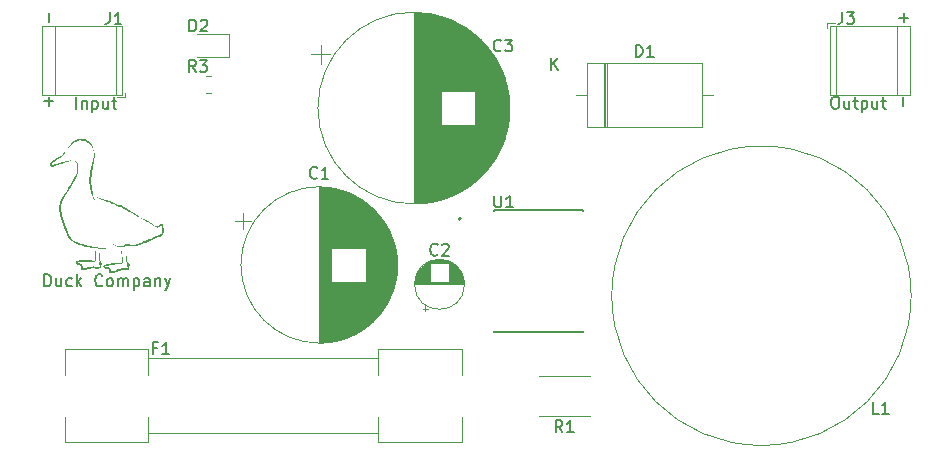
<source format=gbr>
%TF.GenerationSoftware,KiCad,Pcbnew,7.0.7*%
%TF.CreationDate,2023-09-13T14:32:16-04:00*%
%TF.ProjectId,Alim5,416c696d-352e-46b6-9963-61645f706362,rev?*%
%TF.SameCoordinates,Original*%
%TF.FileFunction,Legend,Top*%
%TF.FilePolarity,Positive*%
%FSLAX46Y46*%
G04 Gerber Fmt 4.6, Leading zero omitted, Abs format (unit mm)*
G04 Created by KiCad (PCBNEW 7.0.7) date 2023-09-13 14:32:16*
%MOMM*%
%LPD*%
G01*
G04 APERTURE LIST*
%ADD10C,0.150000*%
%ADD11C,0.120000*%
%ADD12C,0.127000*%
%ADD13C,0.200000*%
G04 APERTURE END LIST*
D10*
X177806779Y-86698866D02*
X178568684Y-86698866D01*
X178187731Y-87079819D02*
X178187731Y-86317914D01*
X176072969Y-120209819D02*
X175596779Y-120209819D01*
X175596779Y-120209819D02*
X175596779Y-119209819D01*
X176930112Y-120209819D02*
X176358684Y-120209819D01*
X176644398Y-120209819D02*
X176644398Y-119209819D01*
X176644398Y-119209819D02*
X176549160Y-119352676D01*
X176549160Y-119352676D02*
X176453922Y-119447914D01*
X176453922Y-119447914D02*
X176358684Y-119495533D01*
X105436779Y-109419819D02*
X105436779Y-108419819D01*
X105436779Y-108419819D02*
X105674874Y-108419819D01*
X105674874Y-108419819D02*
X105817731Y-108467438D01*
X105817731Y-108467438D02*
X105912969Y-108562676D01*
X105912969Y-108562676D02*
X105960588Y-108657914D01*
X105960588Y-108657914D02*
X106008207Y-108848390D01*
X106008207Y-108848390D02*
X106008207Y-108991247D01*
X106008207Y-108991247D02*
X105960588Y-109181723D01*
X105960588Y-109181723D02*
X105912969Y-109276961D01*
X105912969Y-109276961D02*
X105817731Y-109372200D01*
X105817731Y-109372200D02*
X105674874Y-109419819D01*
X105674874Y-109419819D02*
X105436779Y-109419819D01*
X106865350Y-108753152D02*
X106865350Y-109419819D01*
X106436779Y-108753152D02*
X106436779Y-109276961D01*
X106436779Y-109276961D02*
X106484398Y-109372200D01*
X106484398Y-109372200D02*
X106579636Y-109419819D01*
X106579636Y-109419819D02*
X106722493Y-109419819D01*
X106722493Y-109419819D02*
X106817731Y-109372200D01*
X106817731Y-109372200D02*
X106865350Y-109324580D01*
X107770112Y-109372200D02*
X107674874Y-109419819D01*
X107674874Y-109419819D02*
X107484398Y-109419819D01*
X107484398Y-109419819D02*
X107389160Y-109372200D01*
X107389160Y-109372200D02*
X107341541Y-109324580D01*
X107341541Y-109324580D02*
X107293922Y-109229342D01*
X107293922Y-109229342D02*
X107293922Y-108943628D01*
X107293922Y-108943628D02*
X107341541Y-108848390D01*
X107341541Y-108848390D02*
X107389160Y-108800771D01*
X107389160Y-108800771D02*
X107484398Y-108753152D01*
X107484398Y-108753152D02*
X107674874Y-108753152D01*
X107674874Y-108753152D02*
X107770112Y-108800771D01*
X108198684Y-109419819D02*
X108198684Y-108419819D01*
X108293922Y-109038866D02*
X108579636Y-109419819D01*
X108579636Y-108753152D02*
X108198684Y-109134104D01*
X110341541Y-109324580D02*
X110293922Y-109372200D01*
X110293922Y-109372200D02*
X110151065Y-109419819D01*
X110151065Y-109419819D02*
X110055827Y-109419819D01*
X110055827Y-109419819D02*
X109912970Y-109372200D01*
X109912970Y-109372200D02*
X109817732Y-109276961D01*
X109817732Y-109276961D02*
X109770113Y-109181723D01*
X109770113Y-109181723D02*
X109722494Y-108991247D01*
X109722494Y-108991247D02*
X109722494Y-108848390D01*
X109722494Y-108848390D02*
X109770113Y-108657914D01*
X109770113Y-108657914D02*
X109817732Y-108562676D01*
X109817732Y-108562676D02*
X109912970Y-108467438D01*
X109912970Y-108467438D02*
X110055827Y-108419819D01*
X110055827Y-108419819D02*
X110151065Y-108419819D01*
X110151065Y-108419819D02*
X110293922Y-108467438D01*
X110293922Y-108467438D02*
X110341541Y-108515057D01*
X110912970Y-109419819D02*
X110817732Y-109372200D01*
X110817732Y-109372200D02*
X110770113Y-109324580D01*
X110770113Y-109324580D02*
X110722494Y-109229342D01*
X110722494Y-109229342D02*
X110722494Y-108943628D01*
X110722494Y-108943628D02*
X110770113Y-108848390D01*
X110770113Y-108848390D02*
X110817732Y-108800771D01*
X110817732Y-108800771D02*
X110912970Y-108753152D01*
X110912970Y-108753152D02*
X111055827Y-108753152D01*
X111055827Y-108753152D02*
X111151065Y-108800771D01*
X111151065Y-108800771D02*
X111198684Y-108848390D01*
X111198684Y-108848390D02*
X111246303Y-108943628D01*
X111246303Y-108943628D02*
X111246303Y-109229342D01*
X111246303Y-109229342D02*
X111198684Y-109324580D01*
X111198684Y-109324580D02*
X111151065Y-109372200D01*
X111151065Y-109372200D02*
X111055827Y-109419819D01*
X111055827Y-109419819D02*
X110912970Y-109419819D01*
X111674875Y-109419819D02*
X111674875Y-108753152D01*
X111674875Y-108848390D02*
X111722494Y-108800771D01*
X111722494Y-108800771D02*
X111817732Y-108753152D01*
X111817732Y-108753152D02*
X111960589Y-108753152D01*
X111960589Y-108753152D02*
X112055827Y-108800771D01*
X112055827Y-108800771D02*
X112103446Y-108896009D01*
X112103446Y-108896009D02*
X112103446Y-109419819D01*
X112103446Y-108896009D02*
X112151065Y-108800771D01*
X112151065Y-108800771D02*
X112246303Y-108753152D01*
X112246303Y-108753152D02*
X112389160Y-108753152D01*
X112389160Y-108753152D02*
X112484399Y-108800771D01*
X112484399Y-108800771D02*
X112532018Y-108896009D01*
X112532018Y-108896009D02*
X112532018Y-109419819D01*
X113008208Y-108753152D02*
X113008208Y-109753152D01*
X113008208Y-108800771D02*
X113103446Y-108753152D01*
X113103446Y-108753152D02*
X113293922Y-108753152D01*
X113293922Y-108753152D02*
X113389160Y-108800771D01*
X113389160Y-108800771D02*
X113436779Y-108848390D01*
X113436779Y-108848390D02*
X113484398Y-108943628D01*
X113484398Y-108943628D02*
X113484398Y-109229342D01*
X113484398Y-109229342D02*
X113436779Y-109324580D01*
X113436779Y-109324580D02*
X113389160Y-109372200D01*
X113389160Y-109372200D02*
X113293922Y-109419819D01*
X113293922Y-109419819D02*
X113103446Y-109419819D01*
X113103446Y-109419819D02*
X113008208Y-109372200D01*
X114341541Y-109419819D02*
X114341541Y-108896009D01*
X114341541Y-108896009D02*
X114293922Y-108800771D01*
X114293922Y-108800771D02*
X114198684Y-108753152D01*
X114198684Y-108753152D02*
X114008208Y-108753152D01*
X114008208Y-108753152D02*
X113912970Y-108800771D01*
X114341541Y-109372200D02*
X114246303Y-109419819D01*
X114246303Y-109419819D02*
X114008208Y-109419819D01*
X114008208Y-109419819D02*
X113912970Y-109372200D01*
X113912970Y-109372200D02*
X113865351Y-109276961D01*
X113865351Y-109276961D02*
X113865351Y-109181723D01*
X113865351Y-109181723D02*
X113912970Y-109086485D01*
X113912970Y-109086485D02*
X114008208Y-109038866D01*
X114008208Y-109038866D02*
X114246303Y-109038866D01*
X114246303Y-109038866D02*
X114341541Y-108991247D01*
X114817732Y-108753152D02*
X114817732Y-109419819D01*
X114817732Y-108848390D02*
X114865351Y-108800771D01*
X114865351Y-108800771D02*
X114960589Y-108753152D01*
X114960589Y-108753152D02*
X115103446Y-108753152D01*
X115103446Y-108753152D02*
X115198684Y-108800771D01*
X115198684Y-108800771D02*
X115246303Y-108896009D01*
X115246303Y-108896009D02*
X115246303Y-109419819D01*
X115627256Y-108753152D02*
X115865351Y-109419819D01*
X116103446Y-108753152D02*
X115865351Y-109419819D01*
X115865351Y-109419819D02*
X115770113Y-109657914D01*
X115770113Y-109657914D02*
X115722494Y-109705533D01*
X115722494Y-109705533D02*
X115627256Y-109753152D01*
X105858866Y-87073220D02*
X105858866Y-86311316D01*
X105426779Y-93758866D02*
X106188684Y-93758866D01*
X105807731Y-94139819D02*
X105807731Y-93377914D01*
X108106779Y-94369819D02*
X108106779Y-93369819D01*
X108582969Y-93703152D02*
X108582969Y-94369819D01*
X108582969Y-93798390D02*
X108630588Y-93750771D01*
X108630588Y-93750771D02*
X108725826Y-93703152D01*
X108725826Y-93703152D02*
X108868683Y-93703152D01*
X108868683Y-93703152D02*
X108963921Y-93750771D01*
X108963921Y-93750771D02*
X109011540Y-93846009D01*
X109011540Y-93846009D02*
X109011540Y-94369819D01*
X109487731Y-93703152D02*
X109487731Y-94703152D01*
X109487731Y-93750771D02*
X109582969Y-93703152D01*
X109582969Y-93703152D02*
X109773445Y-93703152D01*
X109773445Y-93703152D02*
X109868683Y-93750771D01*
X109868683Y-93750771D02*
X109916302Y-93798390D01*
X109916302Y-93798390D02*
X109963921Y-93893628D01*
X109963921Y-93893628D02*
X109963921Y-94179342D01*
X109963921Y-94179342D02*
X109916302Y-94274580D01*
X109916302Y-94274580D02*
X109868683Y-94322200D01*
X109868683Y-94322200D02*
X109773445Y-94369819D01*
X109773445Y-94369819D02*
X109582969Y-94369819D01*
X109582969Y-94369819D02*
X109487731Y-94322200D01*
X110821064Y-93703152D02*
X110821064Y-94369819D01*
X110392493Y-93703152D02*
X110392493Y-94226961D01*
X110392493Y-94226961D02*
X110440112Y-94322200D01*
X110440112Y-94322200D02*
X110535350Y-94369819D01*
X110535350Y-94369819D02*
X110678207Y-94369819D01*
X110678207Y-94369819D02*
X110773445Y-94322200D01*
X110773445Y-94322200D02*
X110821064Y-94274580D01*
X111154398Y-93703152D02*
X111535350Y-93703152D01*
X111297255Y-93369819D02*
X111297255Y-94226961D01*
X111297255Y-94226961D02*
X111344874Y-94322200D01*
X111344874Y-94322200D02*
X111440112Y-94369819D01*
X111440112Y-94369819D02*
X111535350Y-94369819D01*
X178108866Y-94183220D02*
X178108866Y-93421316D01*
X172307255Y-93369819D02*
X172497731Y-93369819D01*
X172497731Y-93369819D02*
X172592969Y-93417438D01*
X172592969Y-93417438D02*
X172688207Y-93512676D01*
X172688207Y-93512676D02*
X172735826Y-93703152D01*
X172735826Y-93703152D02*
X172735826Y-94036485D01*
X172735826Y-94036485D02*
X172688207Y-94226961D01*
X172688207Y-94226961D02*
X172592969Y-94322200D01*
X172592969Y-94322200D02*
X172497731Y-94369819D01*
X172497731Y-94369819D02*
X172307255Y-94369819D01*
X172307255Y-94369819D02*
X172212017Y-94322200D01*
X172212017Y-94322200D02*
X172116779Y-94226961D01*
X172116779Y-94226961D02*
X172069160Y-94036485D01*
X172069160Y-94036485D02*
X172069160Y-93703152D01*
X172069160Y-93703152D02*
X172116779Y-93512676D01*
X172116779Y-93512676D02*
X172212017Y-93417438D01*
X172212017Y-93417438D02*
X172307255Y-93369819D01*
X173592969Y-93703152D02*
X173592969Y-94369819D01*
X173164398Y-93703152D02*
X173164398Y-94226961D01*
X173164398Y-94226961D02*
X173212017Y-94322200D01*
X173212017Y-94322200D02*
X173307255Y-94369819D01*
X173307255Y-94369819D02*
X173450112Y-94369819D01*
X173450112Y-94369819D02*
X173545350Y-94322200D01*
X173545350Y-94322200D02*
X173592969Y-94274580D01*
X173926303Y-93703152D02*
X174307255Y-93703152D01*
X174069160Y-93369819D02*
X174069160Y-94226961D01*
X174069160Y-94226961D02*
X174116779Y-94322200D01*
X174116779Y-94322200D02*
X174212017Y-94369819D01*
X174212017Y-94369819D02*
X174307255Y-94369819D01*
X174640589Y-93703152D02*
X174640589Y-94703152D01*
X174640589Y-93750771D02*
X174735827Y-93703152D01*
X174735827Y-93703152D02*
X174926303Y-93703152D01*
X174926303Y-93703152D02*
X175021541Y-93750771D01*
X175021541Y-93750771D02*
X175069160Y-93798390D01*
X175069160Y-93798390D02*
X175116779Y-93893628D01*
X175116779Y-93893628D02*
X175116779Y-94179342D01*
X175116779Y-94179342D02*
X175069160Y-94274580D01*
X175069160Y-94274580D02*
X175021541Y-94322200D01*
X175021541Y-94322200D02*
X174926303Y-94369819D01*
X174926303Y-94369819D02*
X174735827Y-94369819D01*
X174735827Y-94369819D02*
X174640589Y-94322200D01*
X175973922Y-93703152D02*
X175973922Y-94369819D01*
X175545351Y-93703152D02*
X175545351Y-94226961D01*
X175545351Y-94226961D02*
X175592970Y-94322200D01*
X175592970Y-94322200D02*
X175688208Y-94369819D01*
X175688208Y-94369819D02*
X175831065Y-94369819D01*
X175831065Y-94369819D02*
X175926303Y-94322200D01*
X175926303Y-94322200D02*
X175973922Y-94274580D01*
X176307256Y-93703152D02*
X176688208Y-93703152D01*
X176450113Y-93369819D02*
X176450113Y-94226961D01*
X176450113Y-94226961D02*
X176497732Y-94322200D01*
X176497732Y-94322200D02*
X176592970Y-94369819D01*
X176592970Y-94369819D02*
X176688208Y-94369819D01*
X172976666Y-86194819D02*
X172976666Y-86909104D01*
X172976666Y-86909104D02*
X172929047Y-87051961D01*
X172929047Y-87051961D02*
X172833809Y-87147200D01*
X172833809Y-87147200D02*
X172690952Y-87194819D01*
X172690952Y-87194819D02*
X172595714Y-87194819D01*
X173357619Y-86194819D02*
X173976666Y-86194819D01*
X173976666Y-86194819D02*
X173643333Y-86575771D01*
X173643333Y-86575771D02*
X173786190Y-86575771D01*
X173786190Y-86575771D02*
X173881428Y-86623390D01*
X173881428Y-86623390D02*
X173929047Y-86671009D01*
X173929047Y-86671009D02*
X173976666Y-86766247D01*
X173976666Y-86766247D02*
X173976666Y-87004342D01*
X173976666Y-87004342D02*
X173929047Y-87099580D01*
X173929047Y-87099580D02*
X173881428Y-87147200D01*
X173881428Y-87147200D02*
X173786190Y-87194819D01*
X173786190Y-87194819D02*
X173500476Y-87194819D01*
X173500476Y-87194819D02*
X173405238Y-87147200D01*
X173405238Y-87147200D02*
X173357619Y-87099580D01*
X114956666Y-114641009D02*
X114623333Y-114641009D01*
X114623333Y-115164819D02*
X114623333Y-114164819D01*
X114623333Y-114164819D02*
X115099523Y-114164819D01*
X116004285Y-115164819D02*
X115432857Y-115164819D01*
X115718571Y-115164819D02*
X115718571Y-114164819D01*
X115718571Y-114164819D02*
X115623333Y-114307676D01*
X115623333Y-114307676D02*
X115528095Y-114402914D01*
X115528095Y-114402914D02*
X115432857Y-114450533D01*
X128533333Y-100219580D02*
X128485714Y-100267200D01*
X128485714Y-100267200D02*
X128342857Y-100314819D01*
X128342857Y-100314819D02*
X128247619Y-100314819D01*
X128247619Y-100314819D02*
X128104762Y-100267200D01*
X128104762Y-100267200D02*
X128009524Y-100171961D01*
X128009524Y-100171961D02*
X127961905Y-100076723D01*
X127961905Y-100076723D02*
X127914286Y-99886247D01*
X127914286Y-99886247D02*
X127914286Y-99743390D01*
X127914286Y-99743390D02*
X127961905Y-99552914D01*
X127961905Y-99552914D02*
X128009524Y-99457676D01*
X128009524Y-99457676D02*
X128104762Y-99362438D01*
X128104762Y-99362438D02*
X128247619Y-99314819D01*
X128247619Y-99314819D02*
X128342857Y-99314819D01*
X128342857Y-99314819D02*
X128485714Y-99362438D01*
X128485714Y-99362438D02*
X128533333Y-99410057D01*
X129485714Y-100314819D02*
X128914286Y-100314819D01*
X129200000Y-100314819D02*
X129200000Y-99314819D01*
X129200000Y-99314819D02*
X129104762Y-99457676D01*
X129104762Y-99457676D02*
X129009524Y-99552914D01*
X129009524Y-99552914D02*
X128914286Y-99600533D01*
X155511905Y-89984819D02*
X155511905Y-88984819D01*
X155511905Y-88984819D02*
X155750000Y-88984819D01*
X155750000Y-88984819D02*
X155892857Y-89032438D01*
X155892857Y-89032438D02*
X155988095Y-89127676D01*
X155988095Y-89127676D02*
X156035714Y-89222914D01*
X156035714Y-89222914D02*
X156083333Y-89413390D01*
X156083333Y-89413390D02*
X156083333Y-89556247D01*
X156083333Y-89556247D02*
X156035714Y-89746723D01*
X156035714Y-89746723D02*
X155988095Y-89841961D01*
X155988095Y-89841961D02*
X155892857Y-89937200D01*
X155892857Y-89937200D02*
X155750000Y-89984819D01*
X155750000Y-89984819D02*
X155511905Y-89984819D01*
X157035714Y-89984819D02*
X156464286Y-89984819D01*
X156750000Y-89984819D02*
X156750000Y-88984819D01*
X156750000Y-88984819D02*
X156654762Y-89127676D01*
X156654762Y-89127676D02*
X156559524Y-89222914D01*
X156559524Y-89222914D02*
X156464286Y-89270533D01*
X148368095Y-91104819D02*
X148368095Y-90104819D01*
X148939523Y-91104819D02*
X148510952Y-90533390D01*
X148939523Y-90104819D02*
X148368095Y-90676247D01*
X110956666Y-86214819D02*
X110956666Y-86929104D01*
X110956666Y-86929104D02*
X110909047Y-87071961D01*
X110909047Y-87071961D02*
X110813809Y-87167200D01*
X110813809Y-87167200D02*
X110670952Y-87214819D01*
X110670952Y-87214819D02*
X110575714Y-87214819D01*
X111956666Y-87214819D02*
X111385238Y-87214819D01*
X111670952Y-87214819D02*
X111670952Y-86214819D01*
X111670952Y-86214819D02*
X111575714Y-86357676D01*
X111575714Y-86357676D02*
X111480476Y-86452914D01*
X111480476Y-86452914D02*
X111385238Y-86500533D01*
X144103333Y-89439580D02*
X144055714Y-89487200D01*
X144055714Y-89487200D02*
X143912857Y-89534819D01*
X143912857Y-89534819D02*
X143817619Y-89534819D01*
X143817619Y-89534819D02*
X143674762Y-89487200D01*
X143674762Y-89487200D02*
X143579524Y-89391961D01*
X143579524Y-89391961D02*
X143531905Y-89296723D01*
X143531905Y-89296723D02*
X143484286Y-89106247D01*
X143484286Y-89106247D02*
X143484286Y-88963390D01*
X143484286Y-88963390D02*
X143531905Y-88772914D01*
X143531905Y-88772914D02*
X143579524Y-88677676D01*
X143579524Y-88677676D02*
X143674762Y-88582438D01*
X143674762Y-88582438D02*
X143817619Y-88534819D01*
X143817619Y-88534819D02*
X143912857Y-88534819D01*
X143912857Y-88534819D02*
X144055714Y-88582438D01*
X144055714Y-88582438D02*
X144103333Y-88630057D01*
X144436667Y-88534819D02*
X145055714Y-88534819D01*
X145055714Y-88534819D02*
X144722381Y-88915771D01*
X144722381Y-88915771D02*
X144865238Y-88915771D01*
X144865238Y-88915771D02*
X144960476Y-88963390D01*
X144960476Y-88963390D02*
X145008095Y-89011009D01*
X145008095Y-89011009D02*
X145055714Y-89106247D01*
X145055714Y-89106247D02*
X145055714Y-89344342D01*
X145055714Y-89344342D02*
X145008095Y-89439580D01*
X145008095Y-89439580D02*
X144960476Y-89487200D01*
X144960476Y-89487200D02*
X144865238Y-89534819D01*
X144865238Y-89534819D02*
X144579524Y-89534819D01*
X144579524Y-89534819D02*
X144484286Y-89487200D01*
X144484286Y-89487200D02*
X144436667Y-89439580D01*
X117711905Y-87844819D02*
X117711905Y-86844819D01*
X117711905Y-86844819D02*
X117950000Y-86844819D01*
X117950000Y-86844819D02*
X118092857Y-86892438D01*
X118092857Y-86892438D02*
X118188095Y-86987676D01*
X118188095Y-86987676D02*
X118235714Y-87082914D01*
X118235714Y-87082914D02*
X118283333Y-87273390D01*
X118283333Y-87273390D02*
X118283333Y-87416247D01*
X118283333Y-87416247D02*
X118235714Y-87606723D01*
X118235714Y-87606723D02*
X118188095Y-87701961D01*
X118188095Y-87701961D02*
X118092857Y-87797200D01*
X118092857Y-87797200D02*
X117950000Y-87844819D01*
X117950000Y-87844819D02*
X117711905Y-87844819D01*
X118664286Y-86940057D02*
X118711905Y-86892438D01*
X118711905Y-86892438D02*
X118807143Y-86844819D01*
X118807143Y-86844819D02*
X119045238Y-86844819D01*
X119045238Y-86844819D02*
X119140476Y-86892438D01*
X119140476Y-86892438D02*
X119188095Y-86940057D01*
X119188095Y-86940057D02*
X119235714Y-87035295D01*
X119235714Y-87035295D02*
X119235714Y-87130533D01*
X119235714Y-87130533D02*
X119188095Y-87273390D01*
X119188095Y-87273390D02*
X118616667Y-87844819D01*
X118616667Y-87844819D02*
X119235714Y-87844819D01*
X149303333Y-121774819D02*
X148970000Y-121298628D01*
X148731905Y-121774819D02*
X148731905Y-120774819D01*
X148731905Y-120774819D02*
X149112857Y-120774819D01*
X149112857Y-120774819D02*
X149208095Y-120822438D01*
X149208095Y-120822438D02*
X149255714Y-120870057D01*
X149255714Y-120870057D02*
X149303333Y-120965295D01*
X149303333Y-120965295D02*
X149303333Y-121108152D01*
X149303333Y-121108152D02*
X149255714Y-121203390D01*
X149255714Y-121203390D02*
X149208095Y-121251009D01*
X149208095Y-121251009D02*
X149112857Y-121298628D01*
X149112857Y-121298628D02*
X148731905Y-121298628D01*
X150255714Y-121774819D02*
X149684286Y-121774819D01*
X149970000Y-121774819D02*
X149970000Y-120774819D01*
X149970000Y-120774819D02*
X149874762Y-120917676D01*
X149874762Y-120917676D02*
X149779524Y-121012914D01*
X149779524Y-121012914D02*
X149684286Y-121060533D01*
X143540595Y-101739819D02*
X143540595Y-102549342D01*
X143540595Y-102549342D02*
X143588214Y-102644580D01*
X143588214Y-102644580D02*
X143635833Y-102692200D01*
X143635833Y-102692200D02*
X143731071Y-102739819D01*
X143731071Y-102739819D02*
X143921547Y-102739819D01*
X143921547Y-102739819D02*
X144016785Y-102692200D01*
X144016785Y-102692200D02*
X144064404Y-102644580D01*
X144064404Y-102644580D02*
X144112023Y-102549342D01*
X144112023Y-102549342D02*
X144112023Y-101739819D01*
X145112023Y-102739819D02*
X144540595Y-102739819D01*
X144826309Y-102739819D02*
X144826309Y-101739819D01*
X144826309Y-101739819D02*
X144731071Y-101882676D01*
X144731071Y-101882676D02*
X144635833Y-101977914D01*
X144635833Y-101977914D02*
X144540595Y-102025533D01*
X138733333Y-106722180D02*
X138685714Y-106769800D01*
X138685714Y-106769800D02*
X138542857Y-106817419D01*
X138542857Y-106817419D02*
X138447619Y-106817419D01*
X138447619Y-106817419D02*
X138304762Y-106769800D01*
X138304762Y-106769800D02*
X138209524Y-106674561D01*
X138209524Y-106674561D02*
X138161905Y-106579323D01*
X138161905Y-106579323D02*
X138114286Y-106388847D01*
X138114286Y-106388847D02*
X138114286Y-106245990D01*
X138114286Y-106245990D02*
X138161905Y-106055514D01*
X138161905Y-106055514D02*
X138209524Y-105960276D01*
X138209524Y-105960276D02*
X138304762Y-105865038D01*
X138304762Y-105865038D02*
X138447619Y-105817419D01*
X138447619Y-105817419D02*
X138542857Y-105817419D01*
X138542857Y-105817419D02*
X138685714Y-105865038D01*
X138685714Y-105865038D02*
X138733333Y-105912657D01*
X139114286Y-105912657D02*
X139161905Y-105865038D01*
X139161905Y-105865038D02*
X139257143Y-105817419D01*
X139257143Y-105817419D02*
X139495238Y-105817419D01*
X139495238Y-105817419D02*
X139590476Y-105865038D01*
X139590476Y-105865038D02*
X139638095Y-105912657D01*
X139638095Y-105912657D02*
X139685714Y-106007895D01*
X139685714Y-106007895D02*
X139685714Y-106103133D01*
X139685714Y-106103133D02*
X139638095Y-106245990D01*
X139638095Y-106245990D02*
X139066667Y-106817419D01*
X139066667Y-106817419D02*
X139685714Y-106817419D01*
X118258333Y-91264819D02*
X117925000Y-90788628D01*
X117686905Y-91264819D02*
X117686905Y-90264819D01*
X117686905Y-90264819D02*
X118067857Y-90264819D01*
X118067857Y-90264819D02*
X118163095Y-90312438D01*
X118163095Y-90312438D02*
X118210714Y-90360057D01*
X118210714Y-90360057D02*
X118258333Y-90455295D01*
X118258333Y-90455295D02*
X118258333Y-90598152D01*
X118258333Y-90598152D02*
X118210714Y-90693390D01*
X118210714Y-90693390D02*
X118163095Y-90741009D01*
X118163095Y-90741009D02*
X118067857Y-90788628D01*
X118067857Y-90788628D02*
X117686905Y-90788628D01*
X118591667Y-90264819D02*
X119210714Y-90264819D01*
X119210714Y-90264819D02*
X118877381Y-90645771D01*
X118877381Y-90645771D02*
X119020238Y-90645771D01*
X119020238Y-90645771D02*
X119115476Y-90693390D01*
X119115476Y-90693390D02*
X119163095Y-90741009D01*
X119163095Y-90741009D02*
X119210714Y-90836247D01*
X119210714Y-90836247D02*
X119210714Y-91074342D01*
X119210714Y-91074342D02*
X119163095Y-91169580D01*
X119163095Y-91169580D02*
X119115476Y-91217200D01*
X119115476Y-91217200D02*
X119020238Y-91264819D01*
X119020238Y-91264819D02*
X118734524Y-91264819D01*
X118734524Y-91264819D02*
X118639286Y-91217200D01*
X118639286Y-91217200D02*
X118591667Y-91169580D01*
D11*
%TO.C,L1*%
X178824600Y-110220000D02*
G75*
G03*
X178824600Y-110220000I-12674600J0D01*
G01*
%TO.C,J3*%
X172370000Y-87170000D02*
X171730000Y-87170000D01*
X171730000Y-87170000D02*
X171730000Y-87570000D01*
X178710000Y-87410000D02*
X171970000Y-87410000D01*
X178710000Y-87410000D02*
X178710000Y-93190000D01*
X177590000Y-87410000D02*
X177590000Y-93190000D01*
X172490000Y-87410000D02*
X172490000Y-93190000D01*
X171970000Y-87410000D02*
X171970000Y-93190000D01*
X178710000Y-93190000D02*
X171970000Y-93190000D01*
%TO.C,F1*%
X107150000Y-114765000D02*
X107150000Y-116950000D01*
X107150000Y-122635000D02*
X107150000Y-120450000D01*
X114215000Y-114765000D02*
X107150000Y-114765000D01*
X114215000Y-114765000D02*
X114215000Y-116950000D01*
X114215000Y-122635000D02*
X107150000Y-122635000D01*
X114215000Y-122635000D02*
X114215000Y-120450000D01*
X133695000Y-114765000D02*
X133695000Y-116950000D01*
X133695000Y-115525000D02*
X114215000Y-115525000D01*
X133695000Y-121875000D02*
X114215000Y-121875000D01*
X133695000Y-122635000D02*
X133695000Y-120450000D01*
X133695000Y-122635000D02*
X140805000Y-122635000D01*
X140805000Y-114765000D02*
X133695000Y-114765000D01*
X140805000Y-116950000D02*
X140805000Y-114765000D01*
X140805000Y-120450000D02*
X140805000Y-122635000D01*
%TO.C,C1*%
X121615431Y-103895000D02*
X122915431Y-103895000D01*
X122265431Y-103245000D02*
X122265431Y-104545000D01*
X128700000Y-101030000D02*
X128700000Y-114190000D01*
X128740000Y-101030000D02*
X128740000Y-114190000D01*
X128780000Y-101030000D02*
X128780000Y-114190000D01*
X128820000Y-101031000D02*
X128820000Y-114189000D01*
X128860000Y-101031000D02*
X128860000Y-114189000D01*
X128900000Y-101033000D02*
X128900000Y-114187000D01*
X128940000Y-101034000D02*
X128940000Y-114186000D01*
X128980000Y-101035000D02*
X128980000Y-114185000D01*
X129020000Y-101037000D02*
X129020000Y-114183000D01*
X129060000Y-101039000D02*
X129060000Y-114181000D01*
X129100000Y-101042000D02*
X129100000Y-114178000D01*
X129140000Y-101044000D02*
X129140000Y-114176000D01*
X129180000Y-101047000D02*
X129180000Y-114173000D01*
X129220000Y-101050000D02*
X129220000Y-114170000D01*
X129260000Y-101053000D02*
X129260000Y-114167000D01*
X129300000Y-101057000D02*
X129300000Y-114163000D01*
X129340000Y-101061000D02*
X129340000Y-114159000D01*
X129380000Y-101065000D02*
X129380000Y-114155000D01*
X129421000Y-101069000D02*
X129421000Y-114151000D01*
X129461000Y-101073000D02*
X129461000Y-114147000D01*
X129501000Y-101078000D02*
X129501000Y-114142000D01*
X129541000Y-101083000D02*
X129541000Y-114137000D01*
X129581000Y-101088000D02*
X129581000Y-114132000D01*
X129621000Y-101094000D02*
X129621000Y-114126000D01*
X129661000Y-101099000D02*
X129661000Y-114121000D01*
X129701000Y-101105000D02*
X129701000Y-114115000D01*
X129741000Y-101112000D02*
X129741000Y-114108000D01*
X129781000Y-101118000D02*
X129781000Y-106170000D01*
X129781000Y-109050000D02*
X129781000Y-114102000D01*
X129821000Y-101125000D02*
X129821000Y-106170000D01*
X129821000Y-109050000D02*
X129821000Y-114095000D01*
X129861000Y-101132000D02*
X129861000Y-106170000D01*
X129861000Y-109050000D02*
X129861000Y-114088000D01*
X129901000Y-101139000D02*
X129901000Y-106170000D01*
X129901000Y-109050000D02*
X129901000Y-114081000D01*
X129941000Y-101147000D02*
X129941000Y-106170000D01*
X129941000Y-109050000D02*
X129941000Y-114073000D01*
X129981000Y-101154000D02*
X129981000Y-106170000D01*
X129981000Y-109050000D02*
X129981000Y-114066000D01*
X130021000Y-101162000D02*
X130021000Y-106170000D01*
X130021000Y-109050000D02*
X130021000Y-114058000D01*
X130061000Y-101171000D02*
X130061000Y-106170000D01*
X130061000Y-109050000D02*
X130061000Y-114049000D01*
X130101000Y-101179000D02*
X130101000Y-106170000D01*
X130101000Y-109050000D02*
X130101000Y-114041000D01*
X130141000Y-101188000D02*
X130141000Y-106170000D01*
X130141000Y-109050000D02*
X130141000Y-114032000D01*
X130181000Y-101197000D02*
X130181000Y-106170000D01*
X130181000Y-109050000D02*
X130181000Y-114023000D01*
X130221000Y-101206000D02*
X130221000Y-106170000D01*
X130221000Y-109050000D02*
X130221000Y-114014000D01*
X130261000Y-101216000D02*
X130261000Y-106170000D01*
X130261000Y-109050000D02*
X130261000Y-114004000D01*
X130301000Y-101226000D02*
X130301000Y-106170000D01*
X130301000Y-109050000D02*
X130301000Y-113994000D01*
X130341000Y-101236000D02*
X130341000Y-106170000D01*
X130341000Y-109050000D02*
X130341000Y-113984000D01*
X130381000Y-101246000D02*
X130381000Y-106170000D01*
X130381000Y-109050000D02*
X130381000Y-113974000D01*
X130421000Y-101257000D02*
X130421000Y-106170000D01*
X130421000Y-109050000D02*
X130421000Y-113963000D01*
X130461000Y-101268000D02*
X130461000Y-106170000D01*
X130461000Y-109050000D02*
X130461000Y-113952000D01*
X130501000Y-101279000D02*
X130501000Y-106170000D01*
X130501000Y-109050000D02*
X130501000Y-113941000D01*
X130541000Y-101290000D02*
X130541000Y-106170000D01*
X130541000Y-109050000D02*
X130541000Y-113930000D01*
X130581000Y-101302000D02*
X130581000Y-106170000D01*
X130581000Y-109050000D02*
X130581000Y-113918000D01*
X130621000Y-101314000D02*
X130621000Y-106170000D01*
X130621000Y-109050000D02*
X130621000Y-113906000D01*
X130661000Y-101326000D02*
X130661000Y-106170000D01*
X130661000Y-109050000D02*
X130661000Y-113894000D01*
X130701000Y-101339000D02*
X130701000Y-106170000D01*
X130701000Y-109050000D02*
X130701000Y-113881000D01*
X130741000Y-101352000D02*
X130741000Y-106170000D01*
X130741000Y-109050000D02*
X130741000Y-113868000D01*
X130781000Y-101365000D02*
X130781000Y-106170000D01*
X130781000Y-109050000D02*
X130781000Y-113855000D01*
X130821000Y-101378000D02*
X130821000Y-106170000D01*
X130821000Y-109050000D02*
X130821000Y-113842000D01*
X130861000Y-101392000D02*
X130861000Y-106170000D01*
X130861000Y-109050000D02*
X130861000Y-113828000D01*
X130901000Y-101406000D02*
X130901000Y-106170000D01*
X130901000Y-109050000D02*
X130901000Y-113814000D01*
X130941000Y-101420000D02*
X130941000Y-106170000D01*
X130941000Y-109050000D02*
X130941000Y-113800000D01*
X130981000Y-101435000D02*
X130981000Y-106170000D01*
X130981000Y-109050000D02*
X130981000Y-113785000D01*
X131021000Y-101449000D02*
X131021000Y-106170000D01*
X131021000Y-109050000D02*
X131021000Y-113771000D01*
X131061000Y-101464000D02*
X131061000Y-106170000D01*
X131061000Y-109050000D02*
X131061000Y-113756000D01*
X131101000Y-101480000D02*
X131101000Y-106170000D01*
X131101000Y-109050000D02*
X131101000Y-113740000D01*
X131141000Y-101496000D02*
X131141000Y-106170000D01*
X131141000Y-109050000D02*
X131141000Y-113724000D01*
X131181000Y-101512000D02*
X131181000Y-106170000D01*
X131181000Y-109050000D02*
X131181000Y-113708000D01*
X131221000Y-101528000D02*
X131221000Y-106170000D01*
X131221000Y-109050000D02*
X131221000Y-113692000D01*
X131261000Y-101545000D02*
X131261000Y-106170000D01*
X131261000Y-109050000D02*
X131261000Y-113675000D01*
X131301000Y-101561000D02*
X131301000Y-106170000D01*
X131301000Y-109050000D02*
X131301000Y-113659000D01*
X131341000Y-101579000D02*
X131341000Y-106170000D01*
X131341000Y-109050000D02*
X131341000Y-113641000D01*
X131381000Y-101596000D02*
X131381000Y-106170000D01*
X131381000Y-109050000D02*
X131381000Y-113624000D01*
X131421000Y-101614000D02*
X131421000Y-106170000D01*
X131421000Y-109050000D02*
X131421000Y-113606000D01*
X131461000Y-101632000D02*
X131461000Y-106170000D01*
X131461000Y-109050000D02*
X131461000Y-113588000D01*
X131501000Y-101651000D02*
X131501000Y-106170000D01*
X131501000Y-109050000D02*
X131501000Y-113569000D01*
X131541000Y-101670000D02*
X131541000Y-106170000D01*
X131541000Y-109050000D02*
X131541000Y-113550000D01*
X131581000Y-101689000D02*
X131581000Y-106170000D01*
X131581000Y-109050000D02*
X131581000Y-113531000D01*
X131621000Y-101708000D02*
X131621000Y-106170000D01*
X131621000Y-109050000D02*
X131621000Y-113512000D01*
X131661000Y-101728000D02*
X131661000Y-106170000D01*
X131661000Y-109050000D02*
X131661000Y-113492000D01*
X131701000Y-101748000D02*
X131701000Y-106170000D01*
X131701000Y-109050000D02*
X131701000Y-113472000D01*
X131741000Y-101769000D02*
X131741000Y-106170000D01*
X131741000Y-109050000D02*
X131741000Y-113451000D01*
X131781000Y-101790000D02*
X131781000Y-106170000D01*
X131781000Y-109050000D02*
X131781000Y-113430000D01*
X131821000Y-101811000D02*
X131821000Y-106170000D01*
X131821000Y-109050000D02*
X131821000Y-113409000D01*
X131861000Y-101832000D02*
X131861000Y-106170000D01*
X131861000Y-109050000D02*
X131861000Y-113388000D01*
X131901000Y-101854000D02*
X131901000Y-106170000D01*
X131901000Y-109050000D02*
X131901000Y-113366000D01*
X131941000Y-101877000D02*
X131941000Y-106170000D01*
X131941000Y-109050000D02*
X131941000Y-113343000D01*
X131981000Y-101899000D02*
X131981000Y-106170000D01*
X131981000Y-109050000D02*
X131981000Y-113321000D01*
X132021000Y-101922000D02*
X132021000Y-106170000D01*
X132021000Y-109050000D02*
X132021000Y-113298000D01*
X132061000Y-101946000D02*
X132061000Y-106170000D01*
X132061000Y-109050000D02*
X132061000Y-113274000D01*
X132101000Y-101969000D02*
X132101000Y-106170000D01*
X132101000Y-109050000D02*
X132101000Y-113251000D01*
X132141000Y-101993000D02*
X132141000Y-106170000D01*
X132141000Y-109050000D02*
X132141000Y-113227000D01*
X132181000Y-102018000D02*
X132181000Y-106170000D01*
X132181000Y-109050000D02*
X132181000Y-113202000D01*
X132221000Y-102043000D02*
X132221000Y-106170000D01*
X132221000Y-109050000D02*
X132221000Y-113177000D01*
X132261000Y-102068000D02*
X132261000Y-106170000D01*
X132261000Y-109050000D02*
X132261000Y-113152000D01*
X132301000Y-102094000D02*
X132301000Y-106170000D01*
X132301000Y-109050000D02*
X132301000Y-113126000D01*
X132341000Y-102120000D02*
X132341000Y-106170000D01*
X132341000Y-109050000D02*
X132341000Y-113100000D01*
X132381000Y-102147000D02*
X132381000Y-106170000D01*
X132381000Y-109050000D02*
X132381000Y-113073000D01*
X132421000Y-102174000D02*
X132421000Y-106170000D01*
X132421000Y-109050000D02*
X132421000Y-113046000D01*
X132461000Y-102201000D02*
X132461000Y-106170000D01*
X132461000Y-109050000D02*
X132461000Y-113019000D01*
X132501000Y-102229000D02*
X132501000Y-106170000D01*
X132501000Y-109050000D02*
X132501000Y-112991000D01*
X132541000Y-102257000D02*
X132541000Y-106170000D01*
X132541000Y-109050000D02*
X132541000Y-112963000D01*
X132581000Y-102286000D02*
X132581000Y-106170000D01*
X132581000Y-109050000D02*
X132581000Y-112934000D01*
X132621000Y-102315000D02*
X132621000Y-106170000D01*
X132621000Y-109050000D02*
X132621000Y-112905000D01*
X132661000Y-102345000D02*
X132661000Y-112875000D01*
X132701000Y-102375000D02*
X132701000Y-112845000D01*
X132741000Y-102405000D02*
X132741000Y-112815000D01*
X132781000Y-102436000D02*
X132781000Y-112784000D01*
X132821000Y-102468000D02*
X132821000Y-112752000D01*
X132861000Y-102500000D02*
X132861000Y-112720000D01*
X132901000Y-102532000D02*
X132901000Y-112688000D01*
X132941000Y-102566000D02*
X132941000Y-112654000D01*
X132981000Y-102599000D02*
X132981000Y-112621000D01*
X133021000Y-102633000D02*
X133021000Y-112587000D01*
X133061000Y-102668000D02*
X133061000Y-112552000D01*
X133101000Y-102703000D02*
X133101000Y-112517000D01*
X133141000Y-102739000D02*
X133141000Y-112481000D01*
X133181000Y-102776000D02*
X133181000Y-112444000D01*
X133221000Y-102813000D02*
X133221000Y-112407000D01*
X133261000Y-102850000D02*
X133261000Y-112370000D01*
X133301000Y-102889000D02*
X133301000Y-112331000D01*
X133341000Y-102928000D02*
X133341000Y-112292000D01*
X133381000Y-102967000D02*
X133381000Y-112253000D01*
X133421000Y-103008000D02*
X133421000Y-112212000D01*
X133461000Y-103049000D02*
X133461000Y-112171000D01*
X133501000Y-103091000D02*
X133501000Y-112129000D01*
X133541000Y-103133000D02*
X133541000Y-112087000D01*
X133581000Y-103176000D02*
X133581000Y-112044000D01*
X133621000Y-103220000D02*
X133621000Y-112000000D01*
X133661000Y-103265000D02*
X133661000Y-111955000D01*
X133701000Y-103311000D02*
X133701000Y-111909000D01*
X133741000Y-103357000D02*
X133741000Y-111863000D01*
X133781000Y-103405000D02*
X133781000Y-111815000D01*
X133821000Y-103453000D02*
X133821000Y-111767000D01*
X133861000Y-103502000D02*
X133861000Y-111718000D01*
X133901000Y-103553000D02*
X133901000Y-111667000D01*
X133941000Y-103604000D02*
X133941000Y-111616000D01*
X133981000Y-103656000D02*
X133981000Y-111564000D01*
X134021000Y-103710000D02*
X134021000Y-111510000D01*
X134061000Y-103764000D02*
X134061000Y-111456000D01*
X134101000Y-103820000D02*
X134101000Y-111400000D01*
X134141000Y-103877000D02*
X134141000Y-111343000D01*
X134181000Y-103935000D02*
X134181000Y-111285000D01*
X134221000Y-103995000D02*
X134221000Y-111225000D01*
X134261000Y-104056000D02*
X134261000Y-111164000D01*
X134301000Y-104119000D02*
X134301000Y-111101000D01*
X134341000Y-104183000D02*
X134341000Y-111037000D01*
X134381000Y-104249000D02*
X134381000Y-110971000D01*
X134421000Y-104317000D02*
X134421000Y-110903000D01*
X134461000Y-104387000D02*
X134461000Y-110833000D01*
X134501000Y-104458000D02*
X134501000Y-110762000D01*
X134541000Y-104532000D02*
X134541000Y-110688000D01*
X134581000Y-104608000D02*
X134581000Y-110612000D01*
X134621000Y-104687000D02*
X134621000Y-110533000D01*
X134661000Y-104768000D02*
X134661000Y-110452000D01*
X134701000Y-104852000D02*
X134701000Y-110368000D01*
X134741000Y-104940000D02*
X134741000Y-110280000D01*
X134781000Y-105031000D02*
X134781000Y-110189000D01*
X134821000Y-105126000D02*
X134821000Y-110094000D01*
X134861000Y-105225000D02*
X134861000Y-109995000D01*
X134901000Y-105329000D02*
X134901000Y-109891000D01*
X134941000Y-105439000D02*
X134941000Y-109781000D01*
X134981000Y-105555000D02*
X134981000Y-109665000D01*
X135021000Y-105679000D02*
X135021000Y-109541000D01*
X135061000Y-105812000D02*
X135061000Y-109408000D01*
X135101000Y-105957000D02*
X135101000Y-109263000D01*
X135141000Y-106116000D02*
X135141000Y-109104000D01*
X135181000Y-106295000D02*
X135181000Y-108925000D01*
X135221000Y-106503000D02*
X135221000Y-108717000D01*
X135261000Y-106760000D02*
X135261000Y-108460000D01*
X135301000Y-107135000D02*
X135301000Y-108085000D01*
X135320000Y-107610000D02*
G75*
G03*
X135320000Y-107610000I-6620000J0D01*
G01*
%TO.C,D1*%
X150470000Y-93250000D02*
X151380000Y-93250000D01*
X151380000Y-90530000D02*
X151380000Y-95970000D01*
X151380000Y-95970000D02*
X161120000Y-95970000D01*
X152805000Y-90530000D02*
X152805000Y-95970000D01*
X152925000Y-90530000D02*
X152925000Y-95970000D01*
X153045000Y-90530000D02*
X153045000Y-95970000D01*
X161120000Y-90530000D02*
X151380000Y-90530000D01*
X161120000Y-95970000D02*
X161120000Y-90530000D01*
X162030000Y-93250000D02*
X161120000Y-93250000D01*
%TO.C,G\u002A\u002A\u002A*%
G36*
X103639460Y-109825991D02*
G01*
X103632132Y-109833319D01*
X103624803Y-109825991D01*
X103632132Y-109818662D01*
X103639460Y-109825991D01*
G37*
G36*
X104152443Y-109752707D02*
G01*
X104145115Y-109760036D01*
X104137787Y-109752707D01*
X104145115Y-109745379D01*
X104152443Y-109752707D01*
G37*
G36*
X107215638Y-97913236D02*
G01*
X107209873Y-97941494D01*
X107194175Y-97989654D01*
X107171069Y-98051085D01*
X107143080Y-98119158D01*
X107112733Y-98187240D01*
X107105184Y-98203256D01*
X107064401Y-98280358D01*
X107019928Y-98344514D01*
X106966111Y-98401614D01*
X106897292Y-98457547D01*
X106807818Y-98518202D01*
X106794790Y-98526478D01*
X106680324Y-98599645D01*
X106568215Y-98672902D01*
X106461590Y-98744081D01*
X106363578Y-98811012D01*
X106277309Y-98871525D01*
X106205910Y-98923452D01*
X106152510Y-98964623D01*
X106120238Y-98992868D01*
X106116665Y-98996695D01*
X106084973Y-99037483D01*
X106074200Y-99068050D01*
X106082575Y-99096739D01*
X106092305Y-99111512D01*
X106098034Y-99119628D01*
X106104108Y-99125745D01*
X106113411Y-99129258D01*
X106128827Y-99129562D01*
X106153242Y-99126052D01*
X106189538Y-99118124D01*
X106240602Y-99105171D01*
X106309317Y-99086590D01*
X106398567Y-99061775D01*
X106511237Y-99030121D01*
X106601548Y-99004706D01*
X106790666Y-98952103D01*
X106955076Y-98907702D01*
X107097964Y-98870697D01*
X107222515Y-98840281D01*
X107331917Y-98815648D01*
X107417142Y-98798314D01*
X107509848Y-98781336D01*
X107589617Y-98768335D01*
X107652676Y-98759811D01*
X107695254Y-98756261D01*
X107713580Y-98758183D01*
X107714013Y-98759115D01*
X107701180Y-98766796D01*
X107667598Y-98779857D01*
X107622409Y-98794872D01*
X107579205Y-98809026D01*
X107514715Y-98831062D01*
X107435183Y-98858804D01*
X107346856Y-98890072D01*
X107259656Y-98921360D01*
X107079763Y-98985803D01*
X106908428Y-99046089D01*
X106747824Y-99101512D01*
X106600123Y-99151366D01*
X106467496Y-99194945D01*
X106352116Y-99231544D01*
X106256155Y-99260456D01*
X106181784Y-99280976D01*
X106131176Y-99292398D01*
X106111133Y-99294603D01*
X106075969Y-99288386D01*
X106034065Y-99274142D01*
X106032449Y-99273447D01*
X105977471Y-99236366D01*
X105943273Y-99181040D01*
X105929010Y-99105724D01*
X105929074Y-99060342D01*
X105936124Y-98993476D01*
X105951271Y-98945011D01*
X105967810Y-98916996D01*
X105998602Y-98884983D01*
X106052008Y-98841859D01*
X106124528Y-98789823D01*
X106212659Y-98731076D01*
X106312898Y-98667819D01*
X106421746Y-98602251D01*
X106535698Y-98536573D01*
X106651255Y-98472985D01*
X106764913Y-98413687D01*
X106784769Y-98403704D01*
X106858475Y-98362305D01*
X106922203Y-98315047D01*
X106980617Y-98257040D01*
X107038380Y-98183393D01*
X107100158Y-98089216D01*
X107126787Y-98045124D01*
X107160935Y-97988954D01*
X107189007Y-97945407D01*
X107208178Y-97918675D01*
X107215623Y-97912951D01*
X107215638Y-97913236D01*
G37*
G36*
X108559509Y-96927097D02*
G01*
X108726041Y-96951129D01*
X108885101Y-96994416D01*
X109033873Y-97054961D01*
X109169543Y-97130767D01*
X109289296Y-97219837D01*
X109390317Y-97320176D01*
X109469793Y-97429786D01*
X109524908Y-97546670D01*
X109546682Y-97627405D01*
X109556455Y-97668631D01*
X109573573Y-97730512D01*
X109595960Y-97805945D01*
X109621542Y-97887824D01*
X109633401Y-97924444D01*
X109672399Y-98051252D01*
X109698930Y-98158196D01*
X109713770Y-98251567D01*
X109717695Y-98337652D01*
X109711479Y-98422741D01*
X109702139Y-98481732D01*
X109652035Y-98754484D01*
X109605714Y-99014583D01*
X109563448Y-99260245D01*
X109525512Y-99489691D01*
X109492179Y-99701136D01*
X109463721Y-99892799D01*
X109440413Y-100062899D01*
X109422528Y-100209653D01*
X109410339Y-100331279D01*
X109404210Y-100423740D01*
X109402384Y-100481650D01*
X109402209Y-100535369D01*
X109404111Y-100589700D01*
X109408518Y-100649444D01*
X109415857Y-100719403D01*
X109426557Y-100804378D01*
X109441044Y-100909171D01*
X109457714Y-101024663D01*
X109488498Y-101229152D01*
X109517338Y-101406600D01*
X109544731Y-101559175D01*
X109571175Y-101689049D01*
X109597168Y-101798391D01*
X109623207Y-101889371D01*
X109649790Y-101964159D01*
X109677416Y-102024924D01*
X109693928Y-102054294D01*
X109717944Y-102098296D01*
X109723535Y-102119743D01*
X109711718Y-102118018D01*
X109683512Y-102092506D01*
X109664758Y-102071980D01*
X109615320Y-102004525D01*
X109567119Y-101915699D01*
X109519790Y-101804355D01*
X109472967Y-101669350D01*
X109426283Y-101509537D01*
X109379372Y-101323772D01*
X109331869Y-101110909D01*
X109287830Y-100892753D01*
X109266471Y-100781163D01*
X109250417Y-100693290D01*
X109239077Y-100624135D01*
X109231860Y-100568703D01*
X109228175Y-100521994D01*
X109227431Y-100479012D01*
X109229038Y-100434759D01*
X109230640Y-100409083D01*
X109242695Y-100273999D01*
X109261929Y-100119990D01*
X109288673Y-99944913D01*
X109323263Y-99746626D01*
X109366032Y-99522985D01*
X109377867Y-99463729D01*
X109402397Y-99343712D01*
X109425740Y-99234134D01*
X109449219Y-99129605D01*
X109474156Y-99024735D01*
X109501873Y-98914134D01*
X109533693Y-98792412D01*
X109570938Y-98654179D01*
X109614931Y-98494045D01*
X109622395Y-98467075D01*
X109642835Y-98365660D01*
X109647499Y-98261246D01*
X109635898Y-98148505D01*
X109607548Y-98022111D01*
X109570874Y-97902794D01*
X109544442Y-97823268D01*
X109519380Y-97746035D01*
X109498241Y-97679083D01*
X109483577Y-97630397D01*
X109481777Y-97624030D01*
X109438925Y-97517985D01*
X109371459Y-97421715D01*
X109278227Y-97334058D01*
X109158078Y-97253847D01*
X109069754Y-97207439D01*
X108915487Y-97142524D01*
X108765439Y-97100585D01*
X108609178Y-97079208D01*
X108498144Y-97075193D01*
X108420350Y-97075569D01*
X108363504Y-97078050D01*
X108319256Y-97083889D01*
X108279253Y-97094337D01*
X108235144Y-97110648D01*
X108219668Y-97116952D01*
X108113905Y-97169060D01*
X107996733Y-97241784D01*
X107873018Y-97331361D01*
X107747630Y-97434027D01*
X107625435Y-97546018D01*
X107511300Y-97663573D01*
X107508080Y-97667114D01*
X107464235Y-97713522D01*
X107427813Y-97748469D01*
X107402912Y-97768259D01*
X107393774Y-97770178D01*
X107399151Y-97748981D01*
X107420401Y-97709685D01*
X107454489Y-97656590D01*
X107498380Y-97593995D01*
X107549037Y-97526201D01*
X107603426Y-97457508D01*
X107658512Y-97392216D01*
X107668785Y-97380574D01*
X107813182Y-97233485D01*
X107959366Y-97114707D01*
X108106948Y-97024439D01*
X108255535Y-96962879D01*
X108404738Y-96930227D01*
X108554166Y-96926682D01*
X108559509Y-96927097D01*
G37*
G36*
X108045587Y-98837874D02*
G01*
X108087109Y-98856711D01*
X108161035Y-98899520D01*
X108210855Y-98949050D01*
X108241739Y-99010632D01*
X108244313Y-99018734D01*
X108251229Y-99057835D01*
X108256647Y-99120818D01*
X108260575Y-99202288D01*
X108263020Y-99296855D01*
X108263991Y-99399123D01*
X108263495Y-99503701D01*
X108261540Y-99605195D01*
X108258134Y-99698212D01*
X108253284Y-99777359D01*
X108246998Y-99837243D01*
X108243100Y-99859273D01*
X108228058Y-99914752D01*
X108205205Y-99979963D01*
X108173494Y-100057117D01*
X108131881Y-100148427D01*
X108079319Y-100256106D01*
X108014763Y-100382365D01*
X107937168Y-100529416D01*
X107849348Y-100692367D01*
X107766105Y-100844439D01*
X107688871Y-100982671D01*
X107614859Y-101111587D01*
X107541279Y-101235712D01*
X107465343Y-101359570D01*
X107384263Y-101487687D01*
X107295251Y-101624588D01*
X107195517Y-101774798D01*
X107082273Y-101942842D01*
X107043942Y-101999332D01*
X106977466Y-102110627D01*
X106927375Y-102226877D01*
X106892333Y-102353287D01*
X106871006Y-102495058D01*
X106862059Y-102657395D01*
X106861589Y-102710180D01*
X106867457Y-102878606D01*
X106885401Y-103055676D01*
X106915964Y-103243543D01*
X106959687Y-103444362D01*
X107017112Y-103660285D01*
X107088780Y-103893467D01*
X107175234Y-104146061D01*
X107277015Y-104420221D01*
X107318686Y-104527606D01*
X107379385Y-104682028D01*
X107431000Y-104811978D01*
X107475022Y-104920327D01*
X107512942Y-105009943D01*
X107546250Y-105083696D01*
X107576436Y-105144454D01*
X107604991Y-105195087D01*
X107633407Y-105238463D01*
X107663172Y-105277452D01*
X107695777Y-105314923D01*
X107732714Y-105353745D01*
X107764560Y-105385879D01*
X107862789Y-105476121D01*
X107970006Y-105558315D01*
X108088418Y-105633301D01*
X108220231Y-105701919D01*
X108367652Y-105765011D01*
X108532888Y-105823417D01*
X108718145Y-105877976D01*
X108925629Y-105929529D01*
X109157547Y-105978918D01*
X109416106Y-106026981D01*
X109474145Y-106037011D01*
X109578958Y-106055298D01*
X109681396Y-106073879D01*
X109775484Y-106091618D01*
X109855246Y-106107376D01*
X109914705Y-106120018D01*
X109933000Y-106124326D01*
X110035990Y-106145389D01*
X110155348Y-106161232D01*
X110293093Y-106171917D01*
X110451243Y-106177509D01*
X110631817Y-106178071D01*
X110836833Y-106173667D01*
X111068310Y-106164359D01*
X111121687Y-106161726D01*
X111180297Y-106159604D01*
X111211409Y-106160402D01*
X111216653Y-106163757D01*
X111197661Y-106169307D01*
X111156064Y-106176691D01*
X111093492Y-106185544D01*
X111011577Y-106195505D01*
X110929669Y-106204395D01*
X110822640Y-106213948D01*
X110703694Y-106221984D01*
X110578687Y-106228336D01*
X110453471Y-106232839D01*
X110333900Y-106235326D01*
X110225828Y-106235631D01*
X110135109Y-106233588D01*
X110067597Y-106229031D01*
X110066408Y-106228900D01*
X109996365Y-106219443D01*
X109916642Y-106206234D01*
X109853886Y-106194057D01*
X109800290Y-106183969D01*
X109725736Y-106171759D01*
X109638386Y-106158676D01*
X109546403Y-106145967D01*
X109502126Y-106140257D01*
X109217922Y-106100518D01*
X108960534Y-106055899D01*
X108727791Y-106005903D01*
X108517528Y-105950036D01*
X108327574Y-105887803D01*
X108228130Y-105849526D01*
X108072266Y-105780034D01*
X107937699Y-105706039D01*
X107816420Y-105622348D01*
X107700419Y-105523764D01*
X107647608Y-105472961D01*
X107595767Y-105420285D01*
X107551624Y-105371864D01*
X107512946Y-105323831D01*
X107477500Y-105272321D01*
X107443055Y-105213468D01*
X107407377Y-105143406D01*
X107368233Y-105058268D01*
X107323391Y-104954189D01*
X107270619Y-104827302D01*
X107260435Y-104802545D01*
X107133467Y-104484266D01*
X107023485Y-104188284D01*
X106930216Y-103913202D01*
X106853390Y-103657622D01*
X106792732Y-103420148D01*
X106747971Y-103199381D01*
X106718833Y-102993926D01*
X106705048Y-102802383D01*
X106706342Y-102623358D01*
X106722443Y-102455451D01*
X106753078Y-102297267D01*
X106763867Y-102255823D01*
X106791049Y-102169687D01*
X106825041Y-102088263D01*
X106869282Y-102005057D01*
X106927212Y-101913574D01*
X106999047Y-101811727D01*
X107099211Y-101670985D01*
X107207390Y-101512538D01*
X107320995Y-101340610D01*
X107437437Y-101159424D01*
X107554127Y-100973205D01*
X107668475Y-100786175D01*
X107777892Y-100602559D01*
X107879791Y-100426579D01*
X107971580Y-100262461D01*
X108050673Y-100114427D01*
X108102433Y-100011717D01*
X108135280Y-99938751D01*
X108159065Y-99870408D01*
X108177406Y-99794690D01*
X108191031Y-99718001D01*
X108200676Y-99643067D01*
X108208404Y-99554110D01*
X108214141Y-99456457D01*
X108217810Y-99355436D01*
X108219336Y-99256373D01*
X108218643Y-99164595D01*
X108215656Y-99085429D01*
X108210300Y-99024202D01*
X108202498Y-98986240D01*
X108201442Y-98983610D01*
X108179883Y-98954841D01*
X108140613Y-98919111D01*
X108093134Y-98884677D01*
X108043239Y-98851504D01*
X108018710Y-98832770D01*
X108019506Y-98828288D01*
X108045587Y-98837874D01*
G37*
G36*
X109773046Y-106413090D02*
G01*
X109777735Y-106445353D01*
X109781924Y-106496019D01*
X109785525Y-106561449D01*
X109788453Y-106638007D01*
X109790621Y-106722057D01*
X109791943Y-106809961D01*
X109792332Y-106898083D01*
X109791703Y-106982785D01*
X109789969Y-107060432D01*
X109787044Y-107127386D01*
X109782840Y-107180010D01*
X109780944Y-107195119D01*
X109776578Y-107228566D01*
X109772286Y-107256347D01*
X109765512Y-107279022D01*
X109753704Y-107297147D01*
X109734308Y-107311281D01*
X109704770Y-107321982D01*
X109662536Y-107329807D01*
X109605054Y-107335315D01*
X109529768Y-107339064D01*
X109434126Y-107341611D01*
X109315573Y-107343515D01*
X109171556Y-107345334D01*
X109088596Y-107346393D01*
X108923292Y-107348812D01*
X108784183Y-107351451D01*
X108668153Y-107354487D01*
X108572082Y-107358098D01*
X108492854Y-107362462D01*
X108427350Y-107367757D01*
X108372453Y-107374159D01*
X108325045Y-107381848D01*
X108282008Y-107390999D01*
X108274630Y-107392780D01*
X108246470Y-107404738D01*
X108246972Y-107419293D01*
X108275659Y-107435860D01*
X108322264Y-107451201D01*
X108386747Y-107469116D01*
X108456537Y-107488506D01*
X108483824Y-107496088D01*
X108559921Y-107524094D01*
X108612097Y-107562032D01*
X108645440Y-107615596D01*
X108665034Y-107690479D01*
X108666645Y-107700774D01*
X108677977Y-107776322D01*
X108686905Y-107827606D01*
X108695563Y-107859320D01*
X108706086Y-107876160D01*
X108720611Y-107882820D01*
X108741272Y-107883997D01*
X108749964Y-107883982D01*
X108779630Y-107880869D01*
X108832714Y-107872177D01*
X108904061Y-107858877D01*
X108988515Y-107841941D01*
X109080922Y-107822340D01*
X109104224Y-107817234D01*
X109248018Y-107786700D01*
X109367588Y-107764197D01*
X109466796Y-107749357D01*
X109549502Y-107741816D01*
X109619569Y-107741206D01*
X109680857Y-107747161D01*
X109731420Y-107757758D01*
X109792073Y-107769635D01*
X109863116Y-107777409D01*
X109937120Y-107780994D01*
X110006658Y-107780305D01*
X110064303Y-107775257D01*
X110102628Y-107765766D01*
X110109201Y-107762073D01*
X110122222Y-107750440D01*
X110128052Y-107735183D01*
X110126848Y-107709203D01*
X110118767Y-107665401D01*
X110112029Y-107633828D01*
X110097736Y-107570459D01*
X110082986Y-107509264D01*
X110071034Y-107463728D01*
X110063421Y-107410504D01*
X110074225Y-107374948D01*
X110101802Y-107360157D01*
X110124915Y-107362331D01*
X110140795Y-107364985D01*
X110146018Y-107358931D01*
X110139788Y-107338918D01*
X110121308Y-107299692D01*
X110112805Y-107282482D01*
X110088441Y-107228168D01*
X110075578Y-107181357D01*
X110071166Y-107127825D01*
X110071268Y-107088678D01*
X110073013Y-107042680D01*
X110076678Y-106978739D01*
X110081847Y-106901870D01*
X110088107Y-106817088D01*
X110095043Y-106729406D01*
X110102241Y-106643840D01*
X110109286Y-106565404D01*
X110115766Y-106499112D01*
X110121264Y-106449979D01*
X110125367Y-106423019D01*
X110126552Y-106419537D01*
X110128197Y-106431771D01*
X110129714Y-106469398D01*
X110131031Y-106528499D01*
X110132073Y-106605154D01*
X110132767Y-106695444D01*
X110133006Y-106763969D01*
X110133911Y-106895106D01*
X110136153Y-106998882D01*
X110139825Y-107077222D01*
X110145019Y-107132051D01*
X110151828Y-107165295D01*
X110152367Y-107166861D01*
X110168405Y-107201544D01*
X110196372Y-107252388D01*
X110231696Y-107311325D01*
X110254994Y-107347944D01*
X110307799Y-107435528D01*
X110339248Y-107503989D01*
X110349426Y-107554192D01*
X110338418Y-107587001D01*
X110306309Y-107603282D01*
X110280320Y-107605506D01*
X110241329Y-107605506D01*
X110247178Y-107709007D01*
X110249257Y-107765332D01*
X110246451Y-107801440D01*
X110236959Y-107826267D01*
X110219022Y-107848704D01*
X110162809Y-107888196D01*
X110082530Y-107913697D01*
X109980103Y-107924782D01*
X109883525Y-107922986D01*
X109814670Y-107917172D01*
X109749892Y-107909314D01*
X109699627Y-107900765D01*
X109685472Y-107897327D01*
X109638425Y-107888806D01*
X109580025Y-107887827D01*
X109506437Y-107894801D01*
X109413826Y-107910139D01*
X109298358Y-107934251D01*
X109260291Y-107942889D01*
X109115773Y-107975836D01*
X108996745Y-108002043D01*
X108900242Y-108021808D01*
X108823298Y-108035429D01*
X108762949Y-108043202D01*
X108716227Y-108045426D01*
X108680169Y-108042399D01*
X108651807Y-108034418D01*
X108628177Y-108021780D01*
X108610228Y-108008131D01*
X108568980Y-107955874D01*
X108537412Y-107877445D01*
X108516166Y-107774555D01*
X108512989Y-107749231D01*
X108509178Y-107713927D01*
X108504025Y-107689105D01*
X108492847Y-107671410D01*
X108470957Y-107657485D01*
X108433671Y-107643975D01*
X108376303Y-107627523D01*
X108322264Y-107612619D01*
X108221048Y-107577043D01*
X108148091Y-107534223D01*
X108103200Y-107483950D01*
X108086178Y-107426018D01*
X108093680Y-107369911D01*
X108113573Y-107327425D01*
X108146988Y-107293098D01*
X108196654Y-107266040D01*
X108265296Y-107245364D01*
X108355641Y-107230181D01*
X108470418Y-107219603D01*
X108571428Y-107214269D01*
X108663805Y-107212401D01*
X108780603Y-107213129D01*
X108917063Y-107216287D01*
X109068423Y-107221706D01*
X109229922Y-107229218D01*
X109396799Y-107238656D01*
X109549336Y-107248776D01*
X109610736Y-107252792D01*
X109649226Y-107253380D01*
X109671118Y-107249379D01*
X109682728Y-107239627D01*
X109690370Y-107222965D01*
X109690418Y-107222839D01*
X109698406Y-107189251D01*
X109707115Y-107131218D01*
X109716078Y-107053587D01*
X109724830Y-106961202D01*
X109732906Y-106858910D01*
X109739839Y-106751556D01*
X109744478Y-106660151D01*
X109748415Y-106583307D01*
X109753067Y-106512569D01*
X109757870Y-106455507D01*
X109762259Y-106419692D01*
X109762510Y-106418316D01*
X109767942Y-106402865D01*
X109773046Y-106413090D01*
G37*
G36*
X112323994Y-106261885D02*
G01*
X112329631Y-106286755D01*
X112331023Y-106293734D01*
X112335617Y-106323381D01*
X112342796Y-106377818D01*
X112352033Y-106452686D01*
X112362805Y-106543627D01*
X112374587Y-106646282D01*
X112386855Y-106756293D01*
X112388367Y-106770076D01*
X112400756Y-106880445D01*
X112412928Y-106983761D01*
X112424330Y-107075713D01*
X112434410Y-107151993D01*
X112442615Y-107208292D01*
X112448392Y-107240300D01*
X112448931Y-107242432D01*
X112465567Y-107278578D01*
X112498698Y-107330568D01*
X112544660Y-107392969D01*
X112580518Y-107437546D01*
X112634983Y-107505271D01*
X112671063Y-107555828D01*
X112691060Y-107592817D01*
X112697279Y-107619835D01*
X112697279Y-107620029D01*
X112686267Y-107666000D01*
X112657647Y-107697911D01*
X112623311Y-107708103D01*
X112604641Y-107712096D01*
X112604174Y-107729610D01*
X112609702Y-107745698D01*
X112622664Y-107803616D01*
X112623280Y-107867438D01*
X112612366Y-107925416D01*
X112594710Y-107961231D01*
X112566767Y-107989051D01*
X112529276Y-108011050D01*
X112478557Y-108028063D01*
X112410934Y-108040929D01*
X112322729Y-108050486D01*
X112210264Y-108057570D01*
X112162311Y-108059710D01*
X112066597Y-108063884D01*
X111993743Y-108068108D01*
X111937307Y-108073375D01*
X111890852Y-108080678D01*
X111847936Y-108091008D01*
X111802120Y-108105359D01*
X111751924Y-108122947D01*
X111598548Y-108177569D01*
X111470070Y-108222591D01*
X111363906Y-108258610D01*
X111277471Y-108286223D01*
X111208182Y-108306030D01*
X111153454Y-108318626D01*
X111110702Y-108324610D01*
X111077344Y-108324581D01*
X111050793Y-108319134D01*
X111028467Y-108308869D01*
X111008447Y-108294907D01*
X110975904Y-108257039D01*
X110944412Y-108199435D01*
X110918327Y-108131487D01*
X110902682Y-108066891D01*
X110893546Y-108024186D01*
X110882971Y-107992317D01*
X110880597Y-107987784D01*
X110860169Y-107975913D01*
X110816022Y-107963098D01*
X110753646Y-107950832D01*
X110732697Y-107947556D01*
X110629628Y-107928878D01*
X110552332Y-107906467D01*
X110497348Y-107878747D01*
X110461214Y-107844143D01*
X110446155Y-107817114D01*
X110431152Y-107764957D01*
X110432720Y-107717868D01*
X110452017Y-107675477D01*
X110490202Y-107637416D01*
X110548430Y-107603314D01*
X110627860Y-107572801D01*
X110729650Y-107545508D01*
X110854956Y-107521064D01*
X111004937Y-107499102D01*
X111180750Y-107479249D01*
X111383552Y-107461138D01*
X111612686Y-107444517D01*
X111698414Y-107438604D01*
X111780346Y-107432495D01*
X111851000Y-107426781D01*
X111902894Y-107422051D01*
X111916812Y-107420556D01*
X111993759Y-107411592D01*
X111993643Y-107219080D01*
X111992409Y-107139979D01*
X111989063Y-107040832D01*
X111984014Y-106930799D01*
X111977673Y-106819038D01*
X111971865Y-106733434D01*
X111965217Y-106639633D01*
X111959541Y-106552122D01*
X111955159Y-106476512D01*
X111952395Y-106418416D01*
X111951571Y-106383442D01*
X111951602Y-106381674D01*
X111953001Y-106323048D01*
X111966519Y-106389003D01*
X111977840Y-106450313D01*
X111991628Y-106534470D01*
X112007008Y-106635195D01*
X112023107Y-106746212D01*
X112039049Y-106861245D01*
X112053960Y-106974017D01*
X112066967Y-107078250D01*
X112077195Y-107167670D01*
X112082650Y-107222743D01*
X112089624Y-107317936D01*
X112090625Y-107388393D01*
X112084675Y-107438265D01*
X112070790Y-107471702D01*
X112047989Y-107492854D01*
X112015744Y-107505749D01*
X111988224Y-107511065D01*
X111936665Y-107518972D01*
X111866152Y-107528771D01*
X111781775Y-107539761D01*
X111688620Y-107551241D01*
X111663984Y-107554174D01*
X111479929Y-107576163D01*
X111322206Y-107595607D01*
X111187985Y-107612954D01*
X111074439Y-107628652D01*
X110978737Y-107643148D01*
X110898052Y-107656890D01*
X110829554Y-107670326D01*
X110770415Y-107683904D01*
X110717807Y-107698071D01*
X110678323Y-107710193D01*
X110623988Y-107729304D01*
X110593385Y-107744778D01*
X110587548Y-107757698D01*
X110607507Y-107769145D01*
X110654294Y-107780201D01*
X110728940Y-107791949D01*
X110760316Y-107796223D01*
X110849883Y-107809895D01*
X110915336Y-107825852D01*
X110961848Y-107847699D01*
X110994588Y-107879046D01*
X111018727Y-107923500D01*
X111039435Y-107984669D01*
X111041729Y-107992584D01*
X111062961Y-108064552D01*
X111079395Y-108112817D01*
X111093614Y-108142046D01*
X111108204Y-108156905D01*
X111125747Y-108162061D01*
X111135804Y-108162459D01*
X111162300Y-108157631D01*
X111210303Y-108144353D01*
X111273862Y-108124438D01*
X111347026Y-108099697D01*
X111378027Y-108088720D01*
X111521718Y-108037651D01*
X111641666Y-107996383D01*
X111741440Y-107964069D01*
X111824609Y-107939867D01*
X111894741Y-107922932D01*
X111955408Y-107912421D01*
X112010177Y-107907489D01*
X112062618Y-107907293D01*
X112116300Y-107910988D01*
X112125669Y-107911928D01*
X112200111Y-107916132D01*
X112279298Y-107914805D01*
X112354852Y-107908643D01*
X112418397Y-107898346D01*
X112461556Y-107884610D01*
X112463050Y-107883834D01*
X112486384Y-107859771D01*
X112492086Y-107839831D01*
X112486347Y-107809668D01*
X112470460Y-107758487D01*
X112446417Y-107691951D01*
X112416210Y-107615725D01*
X112398097Y-107572667D01*
X112384123Y-107536488D01*
X112383544Y-107514725D01*
X112397279Y-107495267D01*
X112404541Y-107487857D01*
X112430354Y-107469011D01*
X112448650Y-107466598D01*
X112461645Y-107469896D01*
X112456186Y-107452057D01*
X112432061Y-107412557D01*
X112419542Y-107394059D01*
X112390112Y-107342398D01*
X112366974Y-107286402D01*
X112361387Y-107266836D01*
X112357112Y-107236118D01*
X112352244Y-107180775D01*
X112346999Y-107105486D01*
X112341597Y-107014929D01*
X112336253Y-106913781D01*
X112331186Y-106806722D01*
X112326614Y-106698427D01*
X112322754Y-106593577D01*
X112319825Y-106496847D01*
X112318043Y-106412917D01*
X112317626Y-106346465D01*
X112317805Y-106330376D01*
X112318925Y-106281354D01*
X112320707Y-106259304D01*
X112323994Y-106261885D01*
G37*
G36*
X109806453Y-101835331D02*
G01*
X109842370Y-101845011D01*
X109897667Y-101862286D01*
X109974979Y-101887878D01*
X110076936Y-101922506D01*
X110091648Y-101927542D01*
X110235200Y-101976526D01*
X110355202Y-102017031D01*
X110455735Y-102050361D01*
X110540881Y-102077820D01*
X110614721Y-102100714D01*
X110681337Y-102120347D01*
X110744812Y-102138023D01*
X110777256Y-102146697D01*
X110894888Y-102181312D01*
X111033052Y-102227963D01*
X111187533Y-102284795D01*
X111354117Y-102349950D01*
X111528588Y-102421574D01*
X111706733Y-102497811D01*
X111884337Y-102576805D01*
X112057184Y-102656699D01*
X112221060Y-102735640D01*
X112371752Y-102811770D01*
X112505043Y-102883233D01*
X112616719Y-102948175D01*
X112660637Y-102975980D01*
X112859154Y-103105086D01*
X113058551Y-103232840D01*
X113257178Y-103358287D01*
X113453386Y-103480475D01*
X113645525Y-103598449D01*
X113831946Y-103711256D01*
X114010999Y-103817942D01*
X114181034Y-103917553D01*
X114340401Y-104009135D01*
X114487452Y-104091736D01*
X114620536Y-104164401D01*
X114738004Y-104226176D01*
X114838206Y-104276108D01*
X114919492Y-104313242D01*
X114980213Y-104336627D01*
X115018720Y-104345306D01*
X115027619Y-104344420D01*
X115052337Y-104331080D01*
X115092836Y-104303448D01*
X115142526Y-104266173D01*
X115174003Y-104241121D01*
X115255162Y-104176630D01*
X115318122Y-104130938D01*
X115366030Y-104102754D01*
X115402034Y-104090786D01*
X115429282Y-104093745D01*
X115450920Y-104110338D01*
X115460730Y-104123513D01*
X115479537Y-104166938D01*
X115496563Y-104233741D01*
X115511225Y-104318012D01*
X115522941Y-104413841D01*
X115531126Y-104515315D01*
X115535197Y-104616525D01*
X115534573Y-104711561D01*
X115528668Y-104794511D01*
X115527702Y-104802406D01*
X115509127Y-104909114D01*
X115482744Y-104991799D01*
X115446240Y-105055230D01*
X115397302Y-105104178D01*
X115373186Y-105121116D01*
X115292027Y-105168976D01*
X115186446Y-105224886D01*
X115059771Y-105287440D01*
X114915327Y-105355230D01*
X114756438Y-105426850D01*
X114586431Y-105500893D01*
X114408630Y-105575952D01*
X114226361Y-105650619D01*
X114042949Y-105723489D01*
X113861721Y-105793153D01*
X113686001Y-105858206D01*
X113519114Y-105917240D01*
X113386142Y-105961813D01*
X113301480Y-105989442D01*
X113233319Y-106011004D01*
X113176509Y-106026834D01*
X113125900Y-106037264D01*
X113076342Y-106042627D01*
X113022684Y-106043256D01*
X112959776Y-106039485D01*
X112882468Y-106031646D01*
X112785610Y-106020073D01*
X112682299Y-106007332D01*
X112565875Y-105993191D01*
X112475184Y-105982628D01*
X112406888Y-105975445D01*
X112357651Y-105971446D01*
X112324134Y-105970434D01*
X112303002Y-105972212D01*
X112290917Y-105976582D01*
X112284542Y-105983347D01*
X112284265Y-105983831D01*
X112265689Y-106005499D01*
X112231864Y-106036255D01*
X112203557Y-106059026D01*
X112167108Y-106085402D01*
X112137079Y-106100632D01*
X112103184Y-106107576D01*
X112055138Y-106109091D01*
X112024629Y-106108739D01*
X111954183Y-106106012D01*
X111880592Y-106100667D01*
X111825207Y-106094544D01*
X111698353Y-106071634D01*
X111577893Y-106040387D01*
X111469482Y-106002779D01*
X111378771Y-105960786D01*
X111311415Y-105916384D01*
X111308560Y-105913962D01*
X111281313Y-105887322D01*
X111278169Y-105875837D01*
X111298025Y-105879697D01*
X111339780Y-105899092D01*
X111353291Y-105906271D01*
X111462948Y-105952843D01*
X111597715Y-105987233D01*
X111758225Y-106009573D01*
X111886436Y-106018122D01*
X112094232Y-106026812D01*
X112173086Y-105944087D01*
X112251941Y-105861363D01*
X112370611Y-105861363D01*
X112424688Y-105862660D01*
X112500487Y-105866255D01*
X112590546Y-105871704D01*
X112687402Y-105878565D01*
X112765496Y-105884833D01*
X112863092Y-105893010D01*
X112940825Y-105898313D01*
X113004779Y-105899832D01*
X113061037Y-105896655D01*
X113115681Y-105887869D01*
X113174794Y-105872565D01*
X113244458Y-105849828D01*
X113330757Y-105818749D01*
X113415455Y-105787416D01*
X113495385Y-105757217D01*
X113597847Y-105717581D01*
X113718310Y-105670327D01*
X113852241Y-105617275D01*
X113995107Y-105560245D01*
X114142376Y-105501058D01*
X114289516Y-105441532D01*
X114431993Y-105383487D01*
X114565274Y-105328743D01*
X114684829Y-105279121D01*
X114756540Y-105248990D01*
X114883874Y-105193919D01*
X115001315Y-105140736D01*
X115105893Y-105090939D01*
X115194640Y-105046023D01*
X115264584Y-105007485D01*
X115312756Y-104976820D01*
X115334550Y-104957830D01*
X115359348Y-104907893D01*
X115377357Y-104830214D01*
X115388484Y-104725591D01*
X115392633Y-104594819D01*
X115391125Y-104480617D01*
X115388313Y-104401154D01*
X115384887Y-104332315D01*
X115381185Y-104279293D01*
X115377544Y-104247283D01*
X115375538Y-104240333D01*
X115360780Y-104244676D01*
X115327950Y-104263438D01*
X115282373Y-104293375D01*
X115244237Y-104320331D01*
X115186043Y-104360931D01*
X115130078Y-104397075D01*
X115084555Y-104423588D01*
X115066441Y-104432400D01*
X115033310Y-104444727D01*
X115007347Y-104447104D01*
X114977227Y-104438385D01*
X114935082Y-104419080D01*
X114897850Y-104400764D01*
X114858741Y-104380455D01*
X114814073Y-104356056D01*
X114760167Y-104325469D01*
X114693341Y-104286596D01*
X114609916Y-104237339D01*
X114506210Y-104175601D01*
X114470735Y-104154417D01*
X114343698Y-104078678D01*
X114225843Y-104008733D01*
X114120595Y-103946597D01*
X114031375Y-103894286D01*
X113961605Y-103853818D01*
X113928439Y-103834894D01*
X113893601Y-103814960D01*
X113841819Y-103785002D01*
X113781421Y-103749848D01*
X113745230Y-103728691D01*
X113678808Y-103690250D01*
X113593625Y-103641667D01*
X113493024Y-103584794D01*
X113380349Y-103521484D01*
X113258941Y-103453586D01*
X113132144Y-103382953D01*
X113003301Y-103311437D01*
X112875754Y-103240888D01*
X112752847Y-103173158D01*
X112637922Y-103110098D01*
X112534323Y-103053561D01*
X112445392Y-103005398D01*
X112374472Y-102967459D01*
X112324906Y-102941597D01*
X112316206Y-102937217D01*
X112192634Y-102876743D01*
X112057103Y-102812156D01*
X111912927Y-102744906D01*
X111763419Y-102676441D01*
X111611893Y-102608209D01*
X111461664Y-102541659D01*
X111316044Y-102478239D01*
X111178348Y-102419398D01*
X111051890Y-102366585D01*
X110939983Y-102321247D01*
X110845942Y-102284834D01*
X110773080Y-102258793D01*
X110741566Y-102248938D01*
X110694203Y-102233523D01*
X110627938Y-102209284D01*
X110546741Y-102177905D01*
X110454584Y-102141071D01*
X110355439Y-102100468D01*
X110253278Y-102057779D01*
X110152071Y-102014691D01*
X110055791Y-101972889D01*
X109968409Y-101934056D01*
X109893896Y-101899878D01*
X109836225Y-101872039D01*
X109799366Y-101852226D01*
X109788664Y-101844668D01*
X109782233Y-101835880D01*
X109787285Y-101832527D01*
X109806453Y-101835331D01*
G37*
%TO.C,J1*%
X111590000Y-93430000D02*
X112230000Y-93430000D01*
X112230000Y-93430000D02*
X112230000Y-93030000D01*
X105250000Y-93190000D02*
X111990000Y-93190000D01*
X105250000Y-93190000D02*
X105250000Y-87410000D01*
X106370000Y-93190000D02*
X106370000Y-87410000D01*
X111470000Y-93190000D02*
X111470000Y-87410000D01*
X111990000Y-93190000D02*
X111990000Y-87410000D01*
X105250000Y-87410000D02*
X111990000Y-87410000D01*
%TO.C,C3*%
X128027755Y-89775000D02*
X129627755Y-89775000D01*
X128827755Y-88975000D02*
X128827755Y-90575000D01*
X136717246Y-86249000D02*
X136717246Y-102411000D01*
X136757246Y-86250000D02*
X136757246Y-102410000D01*
X136797246Y-86250000D02*
X136797246Y-102410000D01*
X136837246Y-86250000D02*
X136837246Y-102410000D01*
X136877246Y-86251000D02*
X136877246Y-102409000D01*
X136917246Y-86252000D02*
X136917246Y-102408000D01*
X136957246Y-86253000D02*
X136957246Y-102407000D01*
X136997246Y-86254000D02*
X136997246Y-102406000D01*
X137037246Y-86256000D02*
X137037246Y-102404000D01*
X137077246Y-86257000D02*
X137077246Y-102403000D01*
X137117246Y-86259000D02*
X137117246Y-102401000D01*
X137157246Y-86261000D02*
X137157246Y-102399000D01*
X137197246Y-86264000D02*
X137197246Y-102396000D01*
X137237246Y-86266000D02*
X137237246Y-102394000D01*
X137277246Y-86269000D02*
X137277246Y-102391000D01*
X137317246Y-86272000D02*
X137317246Y-102388000D01*
X137357246Y-86275000D02*
X137357246Y-102385000D01*
X137397246Y-86278000D02*
X137397246Y-102382000D01*
X137438246Y-86281000D02*
X137438246Y-102379000D01*
X137478246Y-86285000D02*
X137478246Y-102375000D01*
X137518246Y-86289000D02*
X137518246Y-102371000D01*
X137558246Y-86293000D02*
X137558246Y-102367000D01*
X137598246Y-86297000D02*
X137598246Y-102363000D01*
X137638246Y-86302000D02*
X137638246Y-102358000D01*
X137678246Y-86306000D02*
X137678246Y-102354000D01*
X137718246Y-86311000D02*
X137718246Y-102349000D01*
X137758246Y-86316000D02*
X137758246Y-102344000D01*
X137798246Y-86322000D02*
X137798246Y-102338000D01*
X137838246Y-86327000D02*
X137838246Y-102333000D01*
X137878246Y-86333000D02*
X137878246Y-102327000D01*
X137918246Y-86339000D02*
X137918246Y-102321000D01*
X137958246Y-86345000D02*
X137958246Y-102315000D01*
X137998246Y-86351000D02*
X137998246Y-102309000D01*
X138038246Y-86358000D02*
X138038246Y-102302000D01*
X138078246Y-86364000D02*
X138078246Y-102296000D01*
X138118246Y-86371000D02*
X138118246Y-102289000D01*
X138158246Y-86378000D02*
X138158246Y-102282000D01*
X138198246Y-86386000D02*
X138198246Y-102274000D01*
X138238246Y-86393000D02*
X138238246Y-102267000D01*
X138278246Y-86401000D02*
X138278246Y-102259000D01*
X138318246Y-86409000D02*
X138318246Y-102251000D01*
X138358246Y-86417000D02*
X138358246Y-102243000D01*
X138398246Y-86425000D02*
X138398246Y-102235000D01*
X138438246Y-86434000D02*
X138438246Y-102226000D01*
X138478246Y-86443000D02*
X138478246Y-102217000D01*
X138518246Y-86452000D02*
X138518246Y-102208000D01*
X138558246Y-86461000D02*
X138558246Y-102199000D01*
X138598246Y-86470000D02*
X138598246Y-102190000D01*
X138638246Y-86480000D02*
X138638246Y-102180000D01*
X138678246Y-86490000D02*
X138678246Y-102170000D01*
X138718246Y-86500000D02*
X138718246Y-102160000D01*
X138758246Y-86510000D02*
X138758246Y-102150000D01*
X138798246Y-86520000D02*
X138798246Y-102140000D01*
X138838246Y-86531000D02*
X138838246Y-102129000D01*
X138878246Y-86542000D02*
X138878246Y-102118000D01*
X138918246Y-86553000D02*
X138918246Y-102107000D01*
X138958246Y-86565000D02*
X138958246Y-102095000D01*
X138998246Y-86576000D02*
X138998246Y-102084000D01*
X139038246Y-86588000D02*
X139038246Y-92890000D01*
X139038246Y-95770000D02*
X139038246Y-102072000D01*
X139078246Y-86600000D02*
X139078246Y-92890000D01*
X139078246Y-95770000D02*
X139078246Y-102060000D01*
X139118246Y-86612000D02*
X139118246Y-92890000D01*
X139118246Y-95770000D02*
X139118246Y-102048000D01*
X139158246Y-86625000D02*
X139158246Y-92890000D01*
X139158246Y-95770000D02*
X139158246Y-102035000D01*
X139198246Y-86637000D02*
X139198246Y-92890000D01*
X139198246Y-95770000D02*
X139198246Y-102023000D01*
X139238246Y-86650000D02*
X139238246Y-92890000D01*
X139238246Y-95770000D02*
X139238246Y-102010000D01*
X139278246Y-86664000D02*
X139278246Y-92890000D01*
X139278246Y-95770000D02*
X139278246Y-101996000D01*
X139318246Y-86677000D02*
X139318246Y-92890000D01*
X139318246Y-95770000D02*
X139318246Y-101983000D01*
X139358246Y-86691000D02*
X139358246Y-92890000D01*
X139358246Y-95770000D02*
X139358246Y-101969000D01*
X139398246Y-86705000D02*
X139398246Y-92890000D01*
X139398246Y-95770000D02*
X139398246Y-101955000D01*
X139438246Y-86719000D02*
X139438246Y-92890000D01*
X139438246Y-95770000D02*
X139438246Y-101941000D01*
X139478246Y-86733000D02*
X139478246Y-92890000D01*
X139478246Y-95770000D02*
X139478246Y-101927000D01*
X139518246Y-86748000D02*
X139518246Y-92890000D01*
X139518246Y-95770000D02*
X139518246Y-101912000D01*
X139558246Y-86762000D02*
X139558246Y-92890000D01*
X139558246Y-95770000D02*
X139558246Y-101898000D01*
X139598246Y-86777000D02*
X139598246Y-92890000D01*
X139598246Y-95770000D02*
X139598246Y-101883000D01*
X139638246Y-86793000D02*
X139638246Y-92890000D01*
X139638246Y-95770000D02*
X139638246Y-101867000D01*
X139678246Y-86808000D02*
X139678246Y-92890000D01*
X139678246Y-95770000D02*
X139678246Y-101852000D01*
X139718246Y-86824000D02*
X139718246Y-92890000D01*
X139718246Y-95770000D02*
X139718246Y-101836000D01*
X139758246Y-86840000D02*
X139758246Y-92890000D01*
X139758246Y-95770000D02*
X139758246Y-101820000D01*
X139798246Y-86856000D02*
X139798246Y-92890000D01*
X139798246Y-95770000D02*
X139798246Y-101804000D01*
X139838246Y-86873000D02*
X139838246Y-92890000D01*
X139838246Y-95770000D02*
X139838246Y-101787000D01*
X139878246Y-86890000D02*
X139878246Y-92890000D01*
X139878246Y-95770000D02*
X139878246Y-101770000D01*
X139918246Y-86907000D02*
X139918246Y-92890000D01*
X139918246Y-95770000D02*
X139918246Y-101753000D01*
X139958246Y-86924000D02*
X139958246Y-92890000D01*
X139958246Y-95770000D02*
X139958246Y-101736000D01*
X139998246Y-86941000D02*
X139998246Y-92890000D01*
X139998246Y-95770000D02*
X139998246Y-101719000D01*
X140038246Y-86959000D02*
X140038246Y-92890000D01*
X140038246Y-95770000D02*
X140038246Y-101701000D01*
X140078246Y-86977000D02*
X140078246Y-92890000D01*
X140078246Y-95770000D02*
X140078246Y-101683000D01*
X140118246Y-86996000D02*
X140118246Y-92890000D01*
X140118246Y-95770000D02*
X140118246Y-101664000D01*
X140158246Y-87014000D02*
X140158246Y-92890000D01*
X140158246Y-95770000D02*
X140158246Y-101646000D01*
X140198246Y-87033000D02*
X140198246Y-92890000D01*
X140198246Y-95770000D02*
X140198246Y-101627000D01*
X140238246Y-87052000D02*
X140238246Y-92890000D01*
X140238246Y-95770000D02*
X140238246Y-101608000D01*
X140278246Y-87072000D02*
X140278246Y-92890000D01*
X140278246Y-95770000D02*
X140278246Y-101588000D01*
X140318246Y-87091000D02*
X140318246Y-92890000D01*
X140318246Y-95770000D02*
X140318246Y-101569000D01*
X140358246Y-87111000D02*
X140358246Y-92890000D01*
X140358246Y-95770000D02*
X140358246Y-101549000D01*
X140398246Y-87131000D02*
X140398246Y-92890000D01*
X140398246Y-95770000D02*
X140398246Y-101529000D01*
X140438246Y-87152000D02*
X140438246Y-92890000D01*
X140438246Y-95770000D02*
X140438246Y-101508000D01*
X140478246Y-87173000D02*
X140478246Y-92890000D01*
X140478246Y-95770000D02*
X140478246Y-101487000D01*
X140518246Y-87194000D02*
X140518246Y-92890000D01*
X140518246Y-95770000D02*
X140518246Y-101466000D01*
X140558246Y-87215000D02*
X140558246Y-92890000D01*
X140558246Y-95770000D02*
X140558246Y-101445000D01*
X140598246Y-87236000D02*
X140598246Y-92890000D01*
X140598246Y-95770000D02*
X140598246Y-101424000D01*
X140638246Y-87258000D02*
X140638246Y-92890000D01*
X140638246Y-95770000D02*
X140638246Y-101402000D01*
X140678246Y-87281000D02*
X140678246Y-92890000D01*
X140678246Y-95770000D02*
X140678246Y-101379000D01*
X140718246Y-87303000D02*
X140718246Y-92890000D01*
X140718246Y-95770000D02*
X140718246Y-101357000D01*
X140758246Y-87326000D02*
X140758246Y-92890000D01*
X140758246Y-95770000D02*
X140758246Y-101334000D01*
X140798246Y-87349000D02*
X140798246Y-92890000D01*
X140798246Y-95770000D02*
X140798246Y-101311000D01*
X140838246Y-87372000D02*
X140838246Y-92890000D01*
X140838246Y-95770000D02*
X140838246Y-101288000D01*
X140878246Y-87396000D02*
X140878246Y-92890000D01*
X140878246Y-95770000D02*
X140878246Y-101264000D01*
X140918246Y-87420000D02*
X140918246Y-92890000D01*
X140918246Y-95770000D02*
X140918246Y-101240000D01*
X140958246Y-87444000D02*
X140958246Y-92890000D01*
X140958246Y-95770000D02*
X140958246Y-101216000D01*
X140998246Y-87469000D02*
X140998246Y-92890000D01*
X140998246Y-95770000D02*
X140998246Y-101191000D01*
X141038246Y-87494000D02*
X141038246Y-92890000D01*
X141038246Y-95770000D02*
X141038246Y-101166000D01*
X141078246Y-87519000D02*
X141078246Y-92890000D01*
X141078246Y-95770000D02*
X141078246Y-101141000D01*
X141118246Y-87545000D02*
X141118246Y-92890000D01*
X141118246Y-95770000D02*
X141118246Y-101115000D01*
X141158246Y-87571000D02*
X141158246Y-92890000D01*
X141158246Y-95770000D02*
X141158246Y-101089000D01*
X141198246Y-87597000D02*
X141198246Y-92890000D01*
X141198246Y-95770000D02*
X141198246Y-101063000D01*
X141238246Y-87624000D02*
X141238246Y-92890000D01*
X141238246Y-95770000D02*
X141238246Y-101036000D01*
X141278246Y-87651000D02*
X141278246Y-92890000D01*
X141278246Y-95770000D02*
X141278246Y-101009000D01*
X141318246Y-87678000D02*
X141318246Y-92890000D01*
X141318246Y-95770000D02*
X141318246Y-100982000D01*
X141358246Y-87706000D02*
X141358246Y-92890000D01*
X141358246Y-95770000D02*
X141358246Y-100954000D01*
X141398246Y-87734000D02*
X141398246Y-92890000D01*
X141398246Y-95770000D02*
X141398246Y-100926000D01*
X141438246Y-87762000D02*
X141438246Y-92890000D01*
X141438246Y-95770000D02*
X141438246Y-100898000D01*
X141478246Y-87791000D02*
X141478246Y-92890000D01*
X141478246Y-95770000D02*
X141478246Y-100869000D01*
X141518246Y-87820000D02*
X141518246Y-92890000D01*
X141518246Y-95770000D02*
X141518246Y-100840000D01*
X141558246Y-87850000D02*
X141558246Y-92890000D01*
X141558246Y-95770000D02*
X141558246Y-100810000D01*
X141598246Y-87880000D02*
X141598246Y-92890000D01*
X141598246Y-95770000D02*
X141598246Y-100780000D01*
X141638246Y-87910000D02*
X141638246Y-92890000D01*
X141638246Y-95770000D02*
X141638246Y-100750000D01*
X141678246Y-87940000D02*
X141678246Y-92890000D01*
X141678246Y-95770000D02*
X141678246Y-100720000D01*
X141718246Y-87972000D02*
X141718246Y-92890000D01*
X141718246Y-95770000D02*
X141718246Y-100688000D01*
X141758246Y-88003000D02*
X141758246Y-92890000D01*
X141758246Y-95770000D02*
X141758246Y-100657000D01*
X141798246Y-88035000D02*
X141798246Y-92890000D01*
X141798246Y-95770000D02*
X141798246Y-100625000D01*
X141838246Y-88067000D02*
X141838246Y-92890000D01*
X141838246Y-95770000D02*
X141838246Y-100593000D01*
X141878246Y-88100000D02*
X141878246Y-92890000D01*
X141878246Y-95770000D02*
X141878246Y-100560000D01*
X141918246Y-88133000D02*
X141918246Y-100527000D01*
X141958246Y-88167000D02*
X141958246Y-100493000D01*
X141998246Y-88201000D02*
X141998246Y-100459000D01*
X142038246Y-88235000D02*
X142038246Y-100425000D01*
X142078246Y-88270000D02*
X142078246Y-100390000D01*
X142118246Y-88305000D02*
X142118246Y-100355000D01*
X142158246Y-88341000D02*
X142158246Y-100319000D01*
X142198246Y-88378000D02*
X142198246Y-100282000D01*
X142238246Y-88414000D02*
X142238246Y-100246000D01*
X142278246Y-88452000D02*
X142278246Y-100208000D01*
X142318246Y-88490000D02*
X142318246Y-100170000D01*
X142358246Y-88528000D02*
X142358246Y-100132000D01*
X142398246Y-88567000D02*
X142398246Y-100093000D01*
X142438246Y-88606000D02*
X142438246Y-100054000D01*
X142478246Y-88646000D02*
X142478246Y-100014000D01*
X142518246Y-88687000D02*
X142518246Y-99973000D01*
X142558246Y-88728000D02*
X142558246Y-99932000D01*
X142598246Y-88770000D02*
X142598246Y-99890000D01*
X142638246Y-88812000D02*
X142638246Y-99848000D01*
X142678246Y-88855000D02*
X142678246Y-99805000D01*
X142718246Y-88898000D02*
X142718246Y-99762000D01*
X142758246Y-88942000D02*
X142758246Y-99718000D01*
X142798246Y-88987000D02*
X142798246Y-99673000D01*
X142838246Y-89033000D02*
X142838246Y-99627000D01*
X142878246Y-89079000D02*
X142878246Y-99581000D01*
X142918246Y-89126000D02*
X142918246Y-99534000D01*
X142958246Y-89174000D02*
X142958246Y-99486000D01*
X142998246Y-89222000D02*
X142998246Y-99438000D01*
X143038246Y-89271000D02*
X143038246Y-99389000D01*
X143078246Y-89321000D02*
X143078246Y-99339000D01*
X143118246Y-89372000D02*
X143118246Y-99288000D01*
X143158246Y-89424000D02*
X143158246Y-99236000D01*
X143198246Y-89476000D02*
X143198246Y-99184000D01*
X143238246Y-89530000D02*
X143238246Y-99130000D01*
X143278246Y-89584000D02*
X143278246Y-99076000D01*
X143318246Y-89639000D02*
X143318246Y-99021000D01*
X143358246Y-89696000D02*
X143358246Y-98964000D01*
X143398246Y-89753000D02*
X143398246Y-98907000D01*
X143438246Y-89811000D02*
X143438246Y-98849000D01*
X143478246Y-89871000D02*
X143478246Y-98789000D01*
X143518246Y-89932000D02*
X143518246Y-98728000D01*
X143558246Y-89994000D02*
X143558246Y-98666000D01*
X143598246Y-90057000D02*
X143598246Y-98603000D01*
X143638246Y-90121000D02*
X143638246Y-98539000D01*
X143678246Y-90187000D02*
X143678246Y-98473000D01*
X143718246Y-90254000D02*
X143718246Y-98406000D01*
X143758246Y-90323000D02*
X143758246Y-98337000D01*
X143798246Y-90394000D02*
X143798246Y-98266000D01*
X143838246Y-90466000D02*
X143838246Y-98194000D01*
X143878246Y-90540000D02*
X143878246Y-98120000D01*
X143918246Y-90615000D02*
X143918246Y-98045000D01*
X143958246Y-90693000D02*
X143958246Y-97967000D01*
X143998246Y-90773000D02*
X143998246Y-97887000D01*
X144038246Y-90855000D02*
X144038246Y-97805000D01*
X144078246Y-90940000D02*
X144078246Y-97720000D01*
X144118246Y-91027000D02*
X144118246Y-97633000D01*
X144158246Y-91117000D02*
X144158246Y-97543000D01*
X144198246Y-91210000D02*
X144198246Y-97450000D01*
X144238246Y-91306000D02*
X144238246Y-97354000D01*
X144278246Y-91406000D02*
X144278246Y-97254000D01*
X144318246Y-91510000D02*
X144318246Y-97150000D01*
X144358246Y-91619000D02*
X144358246Y-97041000D01*
X144398246Y-91733000D02*
X144398246Y-96927000D01*
X144438246Y-91852000D02*
X144438246Y-96808000D01*
X144478246Y-91979000D02*
X144478246Y-96681000D01*
X144518246Y-92112000D02*
X144518246Y-96548000D01*
X144558246Y-92256000D02*
X144558246Y-96404000D01*
X144598246Y-92410000D02*
X144598246Y-96250000D01*
X144638246Y-92578000D02*
X144638246Y-96082000D01*
X144678246Y-92766000D02*
X144678246Y-95894000D01*
X144718246Y-92979000D02*
X144718246Y-95681000D01*
X144758246Y-93232000D02*
X144758246Y-95428000D01*
X144798246Y-93565000D02*
X144798246Y-95095000D01*
X144837246Y-94330000D02*
G75*
G03*
X144837246Y-94330000I-8120000J0D01*
G01*
%TO.C,D2*%
X121035000Y-89990000D02*
X121035000Y-88070000D01*
X121035000Y-88070000D02*
X118350000Y-88070000D01*
X118350000Y-89990000D02*
X121035000Y-89990000D01*
%TO.C,R1*%
X151647064Y-120410000D02*
X147292936Y-120410000D01*
X151647064Y-116990000D02*
X147292936Y-116990000D01*
D12*
%TO.C,U1*%
X143502500Y-103000000D02*
X143502500Y-103085000D01*
X143502500Y-103000000D02*
X151002500Y-103000000D01*
X143502500Y-113300000D02*
X143502500Y-113215000D01*
X143502500Y-113300000D02*
X151002500Y-113300000D01*
X151002500Y-103000000D02*
X151002500Y-103085000D01*
X151002500Y-113300000D02*
X151002500Y-113215000D01*
D13*
X140702500Y-103705000D02*
G75*
G03*
X140702500Y-103705000I-100000J0D01*
G01*
D11*
%TO.C,C2*%
X137695000Y-111522401D02*
X137695000Y-111122401D01*
X137495000Y-111322401D02*
X137895000Y-111322401D01*
X136810000Y-109252600D02*
X140970000Y-109252600D01*
X136810000Y-109212600D02*
X140970000Y-109212600D01*
X136811000Y-109172600D02*
X140969000Y-109172600D01*
X136813000Y-109132600D02*
X140967000Y-109132600D01*
X136816000Y-109092600D02*
X140964000Y-109092600D01*
X136819000Y-109052600D02*
X138050000Y-109052600D01*
X139730000Y-109052600D02*
X140961000Y-109052600D01*
X136823000Y-109012600D02*
X138050000Y-109012600D01*
X139730000Y-109012600D02*
X140957000Y-109012600D01*
X136828000Y-108972600D02*
X138050000Y-108972600D01*
X139730000Y-108972600D02*
X140952000Y-108972600D01*
X136834000Y-108932600D02*
X138050000Y-108932600D01*
X139730000Y-108932600D02*
X140946000Y-108932600D01*
X136840000Y-108892600D02*
X138050000Y-108892600D01*
X139730000Y-108892600D02*
X140940000Y-108892600D01*
X136848000Y-108852600D02*
X138050000Y-108852600D01*
X139730000Y-108852600D02*
X140932000Y-108852600D01*
X136856000Y-108812600D02*
X138050000Y-108812600D01*
X139730000Y-108812600D02*
X140924000Y-108812600D01*
X136865000Y-108772600D02*
X138050000Y-108772600D01*
X139730000Y-108772600D02*
X140915000Y-108772600D01*
X136874000Y-108732600D02*
X138050000Y-108732600D01*
X139730000Y-108732600D02*
X140906000Y-108732600D01*
X136885000Y-108692600D02*
X138050000Y-108692600D01*
X139730000Y-108692600D02*
X140895000Y-108692600D01*
X136896000Y-108652600D02*
X138050000Y-108652600D01*
X139730000Y-108652600D02*
X140884000Y-108652600D01*
X136908000Y-108612600D02*
X138050000Y-108612600D01*
X139730000Y-108612600D02*
X140872000Y-108612600D01*
X136922000Y-108572600D02*
X138050000Y-108572600D01*
X139730000Y-108572600D02*
X140858000Y-108572600D01*
X136936000Y-108531600D02*
X138050000Y-108531600D01*
X139730000Y-108531600D02*
X140844000Y-108531600D01*
X136950000Y-108491600D02*
X138050000Y-108491600D01*
X139730000Y-108491600D02*
X140830000Y-108491600D01*
X136966000Y-108451600D02*
X138050000Y-108451600D01*
X139730000Y-108451600D02*
X140814000Y-108451600D01*
X136983000Y-108411600D02*
X138050000Y-108411600D01*
X139730000Y-108411600D02*
X140797000Y-108411600D01*
X137001000Y-108371600D02*
X138050000Y-108371600D01*
X139730000Y-108371600D02*
X140779000Y-108371600D01*
X137020000Y-108331600D02*
X138050000Y-108331600D01*
X139730000Y-108331600D02*
X140760000Y-108331600D01*
X137039000Y-108291600D02*
X138050000Y-108291600D01*
X139730000Y-108291600D02*
X140741000Y-108291600D01*
X137060000Y-108251600D02*
X138050000Y-108251600D01*
X139730000Y-108251600D02*
X140720000Y-108251600D01*
X137082000Y-108211600D02*
X138050000Y-108211600D01*
X139730000Y-108211600D02*
X140698000Y-108211600D01*
X137105000Y-108171600D02*
X138050000Y-108171600D01*
X139730000Y-108171600D02*
X140675000Y-108171600D01*
X137130000Y-108131600D02*
X138050000Y-108131600D01*
X139730000Y-108131600D02*
X140650000Y-108131600D01*
X137155000Y-108091600D02*
X138050000Y-108091600D01*
X139730000Y-108091600D02*
X140625000Y-108091600D01*
X137182000Y-108051600D02*
X138050000Y-108051600D01*
X139730000Y-108051600D02*
X140598000Y-108051600D01*
X137210000Y-108011600D02*
X138050000Y-108011600D01*
X139730000Y-108011600D02*
X140570000Y-108011600D01*
X137240000Y-107971600D02*
X138050000Y-107971600D01*
X139730000Y-107971600D02*
X140540000Y-107971600D01*
X137271000Y-107931600D02*
X138050000Y-107931600D01*
X139730000Y-107931600D02*
X140509000Y-107931600D01*
X137303000Y-107891600D02*
X138050000Y-107891600D01*
X139730000Y-107891600D02*
X140477000Y-107891600D01*
X137338000Y-107851600D02*
X138050000Y-107851600D01*
X139730000Y-107851600D02*
X140442000Y-107851600D01*
X137374000Y-107811600D02*
X138050000Y-107811600D01*
X139730000Y-107811600D02*
X140406000Y-107811600D01*
X137412000Y-107771600D02*
X138050000Y-107771600D01*
X139730000Y-107771600D02*
X140368000Y-107771600D01*
X137452000Y-107731600D02*
X138050000Y-107731600D01*
X139730000Y-107731600D02*
X140328000Y-107731600D01*
X137494000Y-107691600D02*
X138050000Y-107691600D01*
X139730000Y-107691600D02*
X140286000Y-107691600D01*
X137539000Y-107651600D02*
X138050000Y-107651600D01*
X139730000Y-107651600D02*
X140241000Y-107651600D01*
X137586000Y-107611600D02*
X138050000Y-107611600D01*
X139730000Y-107611600D02*
X140194000Y-107611600D01*
X137636000Y-107571600D02*
X138050000Y-107571600D01*
X139730000Y-107571600D02*
X140144000Y-107571600D01*
X137690000Y-107531600D02*
X138050000Y-107531600D01*
X139730000Y-107531600D02*
X140090000Y-107531600D01*
X137748000Y-107491600D02*
X138050000Y-107491600D01*
X139730000Y-107491600D02*
X140032000Y-107491600D01*
X137810000Y-107451600D02*
X138050000Y-107451600D01*
X139730000Y-107451600D02*
X139970000Y-107451600D01*
X137877000Y-107411600D02*
X139903000Y-107411600D01*
X137950000Y-107371600D02*
X139830000Y-107371600D01*
X138031000Y-107331600D02*
X139749000Y-107331600D01*
X138122000Y-107291600D02*
X139658000Y-107291600D01*
X138226000Y-107251600D02*
X139554000Y-107251600D01*
X138353000Y-107211600D02*
X139427000Y-107211600D01*
X138520000Y-107171600D02*
X139260000Y-107171600D01*
X141010000Y-109252600D02*
G75*
G03*
X141010000Y-109252600I-2120000J0D01*
G01*
%TO.C,R3*%
X119095436Y-91615000D02*
X119549564Y-91615000D01*
X119095436Y-93085000D02*
X119549564Y-93085000D01*
%TD*%
M02*

</source>
